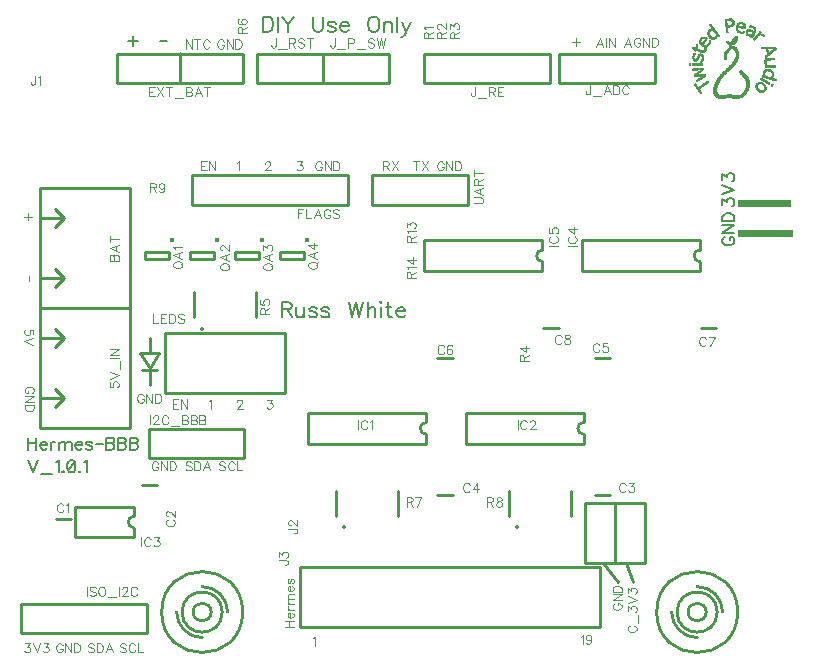
<source format=gbr>
G04 DipTrace 2.4.0.2*
%INTopSilk.gbr*%
%MOIN*%
%ADD10C,0.0098*%
%ADD12C,0.001*%
%ADD14C,0.01*%
%ADD29C,0.0154*%
%ADD31O,0.0141X0.0136*%
%ADD70C,0.0046*%
%ADD71C,0.0062*%
%ADD72C,0.0077*%
%FSLAX44Y44*%
G04*
G70*
G90*
G75*
G01*
%LNTopSilk*%
%LPD*%
X7790Y11690D2*
D10*
X4790D1*
Y15690D1*
X7790D1*
Y11690D1*
X5591Y14690D2*
X4790D1*
X5591D2*
X5291Y14990D1*
X5591Y14690D2*
X5291Y14390D1*
X5591Y12690D2*
X4790D1*
X5591D2*
X5291Y12990D1*
X5591Y12690D2*
X5291Y12390D1*
X7790Y15690D2*
X4790D1*
Y19690D1*
X7790D1*
Y15690D1*
X5591Y18690D2*
X4790D1*
X5591D2*
X5291Y18990D1*
X5591Y18690D2*
X5291Y18390D1*
X5591Y16690D2*
X4790D1*
X5591D2*
X5291Y16990D1*
X5591Y16690D2*
X5291Y16390D1*
X5309Y8665D2*
X5821D1*
X8184Y9790D2*
X8696D1*
X23789Y9451D2*
X23278D1*
X18539D2*
X18028D1*
X23278Y14026D2*
X23789D1*
X18028D2*
X18539D1*
X27322Y15027D2*
X26810D1*
X22071Y15026D2*
X21559D1*
X7342Y24182D2*
X11538D1*
Y23198D1*
X7342D1*
Y24182D1*
X9842Y20120D2*
X15038D1*
Y19135D1*
X9842D1*
Y20120D1*
X13440Y7065D2*
X23440D1*
Y5065D1*
X13440D1*
Y7065D1*
X11600Y10697D2*
X8403D1*
Y11681D1*
X11600D1*
Y10697D1*
X17658Y12202D2*
X13722D1*
X17658Y11178D2*
X13722D1*
Y12202D2*
Y11178D1*
X17658Y12202D2*
Y11887D1*
Y11493D2*
Y11178D1*
Y11887D2*
G03X17658Y11493I0J-197D01*
G01*
X22908Y12202D2*
X18972D1*
X22908Y11178D2*
X18972D1*
Y12202D2*
Y11178D1*
X22908Y12202D2*
Y11887D1*
Y11493D2*
Y11178D1*
Y11887D2*
G03X22908Y11493I0J-197D01*
G01*
X7924Y9077D2*
X5956D1*
X7924Y8053D2*
X5956D1*
Y9077D2*
Y8053D1*
X7924Y8762D2*
Y9077D1*
Y8368D2*
Y8053D1*
Y8762D2*
G03X7924Y8368I0J-197D01*
G01*
X26783Y17952D2*
X22847D1*
X26783Y16928D2*
X22847D1*
Y17952D2*
Y16928D1*
X26783Y17952D2*
Y17637D1*
Y17243D2*
Y16928D1*
Y17637D2*
G03X26783Y17243I0J-197D01*
G01*
X21533Y17952D2*
X17597D1*
X21533Y16928D2*
X17597D1*
Y17952D2*
Y16928D1*
X21533Y17952D2*
Y17637D1*
Y17243D2*
Y16928D1*
Y17637D2*
G03X21533Y17243I0J-197D01*
G01*
X8343Y4859D2*
X4146D1*
Y5844D1*
X8343D1*
Y4859D1*
X22092Y24182D2*
X25288D1*
Y23198D1*
X22092D1*
Y24182D1*
X14217D2*
X16413D1*
Y23198D1*
X14217D1*
Y24182D1*
X17592D2*
X21788D1*
Y23198D1*
X17592D1*
Y24182D1*
X12029D2*
X14226D1*
Y23198D1*
X12029D1*
Y24182D1*
X8940Y14878D2*
X12940D1*
Y12878D1*
X8940D1*
Y14878D1*
D29*
X9176Y17981D3*
X9084Y17558D2*
D10*
X8296D1*
Y17322D1*
X9084D1*
Y17558D1*
D29*
X10676Y17981D3*
X10584Y17558D2*
D10*
X9796D1*
Y17322D1*
X10584D1*
Y17558D1*
D29*
X12176Y17981D3*
X12084Y17558D2*
D10*
X11296D1*
Y17322D1*
X12084D1*
Y17558D1*
D29*
X13676Y17981D3*
X13584Y17558D2*
D10*
X12796D1*
Y17322D1*
X13584D1*
Y17558D1*
X9901Y15397D2*
Y16224D1*
X11979Y15397D2*
Y16224D1*
D31*
X10182Y15013D3*
X14651Y8777D2*
D10*
Y9603D1*
X16729Y8777D2*
Y9603D1*
D31*
X14932Y8392D3*
X20401Y8777D2*
D10*
Y9603D1*
X22479Y8777D2*
Y9603D1*
D31*
X20682Y8392D3*
X25340Y5565D2*
D10*
G02X25340Y5565I1350J0D01*
G01*
X26390D2*
G02X26390Y5565I300J0D01*
G01*
X25840D2*
G03X26690Y4715I848J-2D01*
G01*
Y6415D2*
G02X27540Y5565I2J-848D01*
G01*
X26020D2*
G02X26020Y5565I670J0D01*
G01*
X8840D2*
G02X8840Y5565I1350J0D01*
G01*
X9890D2*
G02X9890Y5565I300J0D01*
G01*
X9340D2*
G03X10190Y4715I848J-2D01*
G01*
Y6415D2*
G02X11040Y5565I2J-848D01*
G01*
X9520D2*
G02X9520Y5565I670J0D01*
G01*
X15842Y20120D2*
X19038D1*
Y19135D1*
X15842D1*
Y20120D1*
X9440Y24190D2*
D14*
Y23190D1*
X8128Y14190D2*
X8753D1*
X8440Y13690D1*
X8128Y14190D1*
X8190Y13627D2*
X8690D1*
X8440Y14190D2*
Y14690D1*
Y13128D2*
Y13628D1*
G36*
X28065Y19315D2*
X29815D1*
Y19065D1*
X28065D1*
Y19315D1*
G37*
G36*
Y18315D2*
X29878D1*
Y18065D1*
X28065D1*
Y18315D1*
G37*
X22940Y9190D2*
D14*
X23940D1*
Y7190D1*
X22940D1*
Y9190D1*
X23940D2*
X24940D1*
Y7190D1*
X23940D1*
Y9190D1*
X24065Y6565D2*
X23565Y7190D1*
X24565Y6565D2*
X24315Y7190D1*
X27742Y25355D2*
D12*
X27782D1*
X27612Y25345D2*
X27842D1*
X27612Y25335D2*
X27850D1*
X27612Y25325D2*
X27860D1*
X27612Y25315D2*
X27871D1*
X27612Y25305D2*
X27880D1*
X27612Y25295D2*
X27662D1*
X27797D2*
X27888D1*
X27612Y25285D2*
X27662D1*
X27817D2*
X27894D1*
X27612Y25275D2*
X27662D1*
X27832D2*
X27898D1*
X27612Y25265D2*
X27662D1*
X27843D2*
X27900D1*
X27612Y25255D2*
X27662D1*
X27848D2*
X27901D1*
X27612Y25245D2*
X27662D1*
X27850D2*
X27902D1*
X27612Y25235D2*
X27662D1*
X27851D2*
X27902D1*
X28122D2*
X28152D1*
X27614Y25225D2*
X27662D1*
X27852D2*
X27902D1*
X28091D2*
X28189D1*
X27616Y25215D2*
X27664D1*
X27852D2*
X27902D1*
X28068D2*
X28215D1*
X27619Y25205D2*
X27666D1*
X27852D2*
X27902D1*
X28051D2*
X28235D1*
X27620Y25195D2*
X27669D1*
X27851D2*
X27902D1*
X28038D2*
X28108D1*
X28162D2*
X28251D1*
X27621Y25185D2*
X27670D1*
X27849D2*
X27902D1*
X28028D2*
X28097D1*
X28162D2*
X28258D1*
X27132Y25175D2*
D3*
X27622D2*
X27671D1*
X27844D2*
X27901D1*
X28020D2*
X28084D1*
X28189D2*
X28264D1*
X27114Y25165D2*
X27132D1*
X27622D2*
X27672D1*
X27836D2*
X27899D1*
X28014D2*
X28072D1*
X28209D2*
X28268D1*
X27098Y25155D2*
X27140D1*
X27622D2*
X27672D1*
X27828D2*
X27894D1*
X28009D2*
X28063D1*
X28223D2*
X28273D1*
X27082Y25145D2*
X27149D1*
X27622D2*
X27672D1*
X27815D2*
X27888D1*
X28005D2*
X28057D1*
X28234D2*
X28279D1*
X27093Y25135D2*
X27158D1*
X27622D2*
X27672D1*
X27795D2*
X27882D1*
X28000D2*
X28050D1*
X28238D2*
X28285D1*
X28452D2*
X28472D1*
X27101Y25125D2*
X27167D1*
X27622D2*
X27672D1*
X27755D2*
X27874D1*
X27995D2*
X28042D1*
X28240D2*
X28289D1*
X28445D2*
X28490D1*
X27107Y25115D2*
X27174D1*
X27622D2*
X27672D1*
X27694D2*
X27863D1*
X27989D2*
X28032D1*
X28241D2*
X28290D1*
X28439D2*
X28511D1*
X27113Y25105D2*
X27181D1*
X27623D2*
X27848D1*
X27985D2*
X28092D1*
X28242D2*
X28291D1*
X28435D2*
X28531D1*
X27121Y25095D2*
X27188D1*
X27624D2*
X27827D1*
X27983D2*
X28092D1*
X28242D2*
X28292D1*
X28433D2*
X28550D1*
X27130Y25085D2*
X27196D1*
X27630D2*
X27798D1*
X27982D2*
X28191D1*
X28242D2*
X28291D1*
X28432D2*
X28567D1*
X27138Y25075D2*
X27204D1*
X27635D2*
X27762D1*
X27980D2*
X28289D1*
X28492D2*
X28581D1*
X27147Y25065D2*
X27210D1*
X27639D2*
X27762D1*
X27978D2*
X28284D1*
X28492D2*
X28593D1*
X27154Y25055D2*
X27215D1*
X27640D2*
X27692D1*
X27975D2*
X28022D1*
X28102D2*
X28279D1*
X28519D2*
X28605D1*
X27160Y25045D2*
X27222D1*
X27641D2*
X27692D1*
X27974D2*
X28022D1*
X28182D2*
X28275D1*
X28539D2*
X28614D1*
X27166Y25035D2*
X27230D1*
X27642D2*
X27692D1*
X27974D2*
X28022D1*
X28182D2*
X28273D1*
X28555D2*
X28622D1*
X27172Y25025D2*
X27238D1*
X27642D2*
X27692D1*
X27976D2*
X28022D1*
X28272D2*
D3*
X28567D2*
X28627D1*
X27148Y25015D2*
X27246D1*
X27642D2*
X27692D1*
X27979D2*
X28024D1*
X28578D2*
X28630D1*
X27125Y25005D2*
X27252D1*
X27642D2*
X27692D1*
X27980D2*
X28026D1*
X28587D2*
X28631D1*
X27103Y24995D2*
X27259D1*
X27642D2*
X27692D1*
X27981D2*
X28029D1*
X28372D2*
X28422D1*
X28593D2*
X28632D1*
X27085Y24985D2*
X27182D1*
X27204D2*
X27267D1*
X27642D2*
X27692D1*
X27982D2*
X28034D1*
X28356D2*
X28459D1*
X28599D2*
X28632D1*
X27071Y24975D2*
X27182D1*
X27211D2*
X27276D1*
X27644D2*
X27692D1*
X27985D2*
X28041D1*
X28342D2*
X28487D1*
X28593D2*
X28632D1*
X27061Y24965D2*
X27155D1*
X27219D2*
X27285D1*
X27646D2*
X27692D1*
X27990D2*
X28050D1*
X28330D2*
X28511D1*
X28587D2*
X28632D1*
X27055Y24955D2*
X27134D1*
X27226D2*
X27293D1*
X27649D2*
X27694D1*
X27997D2*
X28060D1*
X28321D2*
X28531D1*
X28579D2*
X28631D1*
X27050Y24945D2*
X27119D1*
X27232D2*
X27299D1*
X27650D2*
X27696D1*
X28003D2*
X28074D1*
X28315D2*
X28551D1*
X28567D2*
X28630D1*
X27045Y24935D2*
X27107D1*
X27239D2*
X27305D1*
X27651D2*
X27699D1*
X28008D2*
X28093D1*
X28310D2*
X28362D1*
X28477D2*
X28628D1*
X27040Y24925D2*
X27096D1*
X27247D2*
X27311D1*
X27652D2*
X27700D1*
X28014D2*
X28120D1*
X28212D2*
X28242D1*
X28306D2*
X28360D1*
X28499D2*
X28624D1*
X28762D2*
X28782D1*
X27035Y24915D2*
X27087D1*
X27256D2*
X27318D1*
X27652D2*
X27701D1*
X28028D2*
X28158D1*
X28212D2*
X28242D1*
X28304D2*
X28358D1*
X28517D2*
X28620D1*
X28760D2*
X28790D1*
X27029Y24905D2*
X27080D1*
X27265D2*
X27325D1*
X27652D2*
X27702D1*
X28046D2*
X28241D1*
X28303D2*
X28355D1*
X28532D2*
X28614D1*
X28757D2*
X28798D1*
X27025Y24895D2*
X27076D1*
X27273D2*
X27331D1*
X27652D2*
X27702D1*
X28067D2*
X28240D1*
X28302D2*
X28354D1*
X28543D2*
X28609D1*
X28752D2*
X28805D1*
X27023Y24885D2*
X27073D1*
X27279D2*
X27338D1*
X27652D2*
X27702D1*
X28092D2*
X28237D1*
X28302D2*
X28353D1*
X28545D2*
X28604D1*
X28744D2*
X28806D1*
X27022Y24875D2*
X27073D1*
X27285D2*
X27346D1*
X28122D2*
X28232D1*
X28302D2*
X28353D1*
X28543D2*
X28599D1*
X28734D2*
X28797D1*
X27022Y24865D2*
X27072D1*
X27291D2*
X27355D1*
X28302D2*
X28354D1*
X28540D2*
X28595D1*
X28725D2*
X28789D1*
X27022Y24855D2*
X27072D1*
X27298D2*
X27362D1*
X28304D2*
X28359D1*
X28534D2*
X28590D1*
X28715D2*
X28782D1*
X27023Y24845D2*
X27073D1*
X27304D2*
X27368D1*
X28307D2*
X28372D1*
X28528D2*
X28585D1*
X28705D2*
X28830D1*
X27024Y24835D2*
X27074D1*
X27308D2*
X27373D1*
X28312D2*
X28390D1*
X28522D2*
X28579D1*
X28695D2*
X28863D1*
X27030Y24825D2*
X27080D1*
X27310D2*
X27381D1*
X28320D2*
X28420D1*
X28502D2*
X28574D1*
X28685D2*
X28886D1*
X27035Y24815D2*
X27086D1*
X27311D2*
X27389D1*
X28330D2*
X28470D1*
X28467D2*
X28568D1*
X28675D2*
X28745D1*
X28806D2*
X28901D1*
X27039Y24805D2*
X27091D1*
X27311D2*
X27395D1*
X28342D2*
X28563D1*
X28665D2*
X28732D1*
X28826D2*
X28913D1*
X27042Y24795D2*
X27098D1*
X27309D2*
X27399D1*
X28359D2*
X28556D1*
X28655D2*
X28720D1*
X28843D2*
X28918D1*
X27046Y24785D2*
X27107D1*
X27304D2*
X27401D1*
X28381D2*
X28549D1*
X28645D2*
X28709D1*
X28857D2*
X28920D1*
X27052Y24775D2*
X27116D1*
X27296D2*
X27331D1*
X27352D2*
X27372D1*
X27972D2*
X28002D1*
X28403D2*
X28442D1*
X28481D2*
X28544D1*
X28635D2*
X28699D1*
X28869D2*
X28919D1*
X27058Y24765D2*
X27125D1*
X27288D2*
X27329D1*
X27352D2*
X27372D1*
X27963D2*
X28009D1*
X28422D2*
X28442D1*
X28479D2*
X28539D1*
X28625D2*
X28689D1*
X28876D2*
X28911D1*
X27065Y24755D2*
X27136D1*
X27278D2*
X27324D1*
X27954D2*
X28015D1*
X28474D2*
X28535D1*
X28615D2*
X28679D1*
X28882D2*
X28902D1*
X26842Y24745D2*
X26952D1*
X27071D2*
X27148D1*
X27265D2*
X27318D1*
X27945D2*
X28018D1*
X28468D2*
X28530D1*
X28605D2*
X28669D1*
X26830Y24735D2*
X26965D1*
X27078D2*
X27170D1*
X27244D2*
X27313D1*
X27935D2*
X28020D1*
X28462D2*
X28522D1*
X28595D2*
X28662D1*
X26818Y24725D2*
X26980D1*
X27087D2*
X27206D1*
X27208D2*
X27308D1*
X27925D2*
X28021D1*
X28492D2*
X28512D1*
X28585D2*
X28656D1*
X26807Y24715D2*
X26992D1*
X27096D2*
X27302D1*
X27915D2*
X28022D1*
X28576D2*
X28650D1*
X26798Y24705D2*
X27002D1*
X27105D2*
X27294D1*
X27905D2*
X28022D1*
X28567D2*
X28643D1*
X26790Y24695D2*
X26855D1*
X26916D2*
X27012D1*
X27116D2*
X27284D1*
X27896D2*
X28022D1*
X28560D2*
X28634D1*
X26784Y24685D2*
X26842D1*
X26935D2*
X27004D1*
X27129D2*
X27273D1*
X27888D2*
X28021D1*
X28555D2*
X28625D1*
X26779Y24675D2*
X26830D1*
X26950D2*
X26996D1*
X27144D2*
X27259D1*
X27882D2*
X28019D1*
X28562D2*
X28615D1*
X26775Y24665D2*
X26819D1*
X26944D2*
X26989D1*
X27162D2*
X27242D1*
X27875D2*
X28014D1*
X28570D2*
X28606D1*
X26770Y24655D2*
X26809D1*
X26936D2*
X26983D1*
X27867D2*
X28009D1*
X28576D2*
X28598D1*
X26765Y24645D2*
X26802D1*
X26928D2*
X26976D1*
X27861D2*
X28005D1*
X28582D2*
X28592D1*
X26759Y24635D2*
X26797D1*
X26918D2*
X26968D1*
X27082D2*
X27092D1*
X27856D2*
X28003D1*
X26755Y24625D2*
X26794D1*
X26910D2*
X26960D1*
X27082D2*
X27107D1*
X27850D2*
X28001D1*
X26753Y24615D2*
X26793D1*
X26904D2*
X26954D1*
X27082D2*
X27118D1*
X27843D2*
X27998D1*
X26752Y24605D2*
X26792D1*
X26899D2*
X26949D1*
X27082D2*
X27126D1*
X27652D2*
X27672D1*
X27835D2*
X27995D1*
X26752Y24595D2*
X26792D1*
X26893D2*
X26942D1*
X27081D2*
X27129D1*
X27648D2*
X27722D1*
X27828D2*
X27990D1*
X26752Y24585D2*
X26794D1*
X26886D2*
X26934D1*
X27080D2*
X27127D1*
X27649D2*
X27728D1*
X27822D2*
X27983D1*
X26752Y24575D2*
X26796D1*
X26879D2*
X26925D1*
X27078D2*
X27125D1*
X27661D2*
X27737D1*
X27815D2*
X27974D1*
X26753Y24565D2*
X26799D1*
X26873D2*
X26918D1*
X27074D2*
X27123D1*
X27674D2*
X27747D1*
X27808D2*
X27965D1*
X26754Y24555D2*
X26804D1*
X26866D2*
X26912D1*
X27070D2*
X27119D1*
X27686D2*
X27760D1*
X27799D2*
X27955D1*
X26760Y24545D2*
X26810D1*
X26857D2*
X26905D1*
X27064D2*
X27114D1*
X27697D2*
X27779D1*
X27787D2*
X27945D1*
X26765Y24535D2*
X26817D1*
X26848D2*
X26897D1*
X27059D2*
X27108D1*
X27705D2*
X27935D1*
X26770Y24525D2*
X26824D1*
X26840D2*
X26888D1*
X27054D2*
X27103D1*
X27712D2*
X27925D1*
X26775Y24515D2*
X26878D1*
X27048D2*
X27098D1*
X27719D2*
X27916D1*
X26782Y24505D2*
X26870D1*
X27041D2*
X27092D1*
X27726D2*
X27839D1*
X27882D2*
X27908D1*
X26790Y24495D2*
X26862D1*
X27030D2*
X27084D1*
X27733D2*
X27834D1*
X27882D2*
X27902D1*
X26662Y24485D2*
X26672D1*
X26799D2*
X26884D1*
X27014D2*
X27075D1*
X27738D2*
X27828D1*
X26660Y24475D2*
X26687D1*
X26809D2*
X26910D1*
X26992D2*
X27065D1*
X27743D2*
X27823D1*
X26658Y24465D2*
X26700D1*
X26819D2*
X26943D1*
X26960D2*
X27055D1*
X27749D2*
X27816D1*
X26654Y24455D2*
X26694D1*
X26829D2*
X27045D1*
X27756D2*
X27807D1*
X26650Y24445D2*
X26688D1*
X26842D2*
X27034D1*
X27764D2*
X27799D1*
X26644Y24435D2*
X26683D1*
X26859D2*
X27020D1*
X27782D2*
X27792D1*
X26639Y24425D2*
X26679D1*
X26881D2*
X27003D1*
X27832D2*
X27912D1*
X26532Y24415D2*
D3*
X26635D2*
X26676D1*
X26903D2*
X26987D1*
X27796D2*
X27929D1*
X28812D2*
X29292D1*
X26525Y24405D2*
X26532D1*
X26633D2*
X26674D1*
X26922D2*
X26972D1*
X27770D2*
X27944D1*
X28813D2*
X29292D1*
X26519Y24395D2*
X26562D1*
X26632D2*
X26672D1*
X27752D2*
X27957D1*
X28816D2*
X29293D1*
X26515Y24385D2*
X26669D1*
X27738D2*
X27968D1*
X28819D2*
X29294D1*
X26515Y24375D2*
X26662D1*
X27726D2*
X27978D1*
X28822D2*
X29300D1*
X26521Y24365D2*
X26652D1*
X26932D2*
X26972D1*
X27715D2*
X27989D1*
X28960D2*
X29012D1*
X29243D2*
X29305D1*
X26533Y24355D2*
X26672D1*
X26932D2*
X26972D1*
X27705D2*
X27809D1*
X27884D2*
X27998D1*
X28966D2*
X29014D1*
X29234D2*
X29307D1*
X26550Y24345D2*
X26695D1*
X26930D2*
X26972D1*
X27695D2*
X27799D1*
X27888D2*
X28007D1*
X28969D2*
X29016D1*
X29225D2*
X29301D1*
X26570Y24335D2*
X26720D1*
X26928D2*
X26972D1*
X27685D2*
X27786D1*
X27897D2*
X28014D1*
X28972D2*
X29019D1*
X29215D2*
X29293D1*
X26587Y24325D2*
X26745D1*
X26924D2*
X26971D1*
X27675D2*
X27773D1*
X27906D2*
X28020D1*
X28975D2*
X29021D1*
X29205D2*
X29284D1*
X26602Y24315D2*
X26770D1*
X26920D2*
X26969D1*
X27665D2*
X27761D1*
X27915D2*
X28024D1*
X28980D2*
X29025D1*
X29195D2*
X29272D1*
X26598Y24305D2*
X26796D1*
X26914D2*
X26964D1*
X27655D2*
X27749D1*
X27925D2*
X28028D1*
X28985D2*
X29030D1*
X29185D2*
X29257D1*
X26595Y24295D2*
X26622D1*
X26687D2*
X26824D1*
X26898D2*
X26958D1*
X27646D2*
X27740D1*
X27933D2*
X28031D1*
X28989D2*
X29035D1*
X29173D2*
X29243D1*
X26598Y24285D2*
X26622D1*
X26703D2*
X26856D1*
X26873D2*
X26953D1*
X27637D2*
X27732D1*
X27939D2*
X28034D1*
X28992D2*
X29040D1*
X29160D2*
X29231D1*
X26602Y24275D2*
X26622D1*
X26722D2*
X26948D1*
X27630D2*
X27726D1*
X27944D2*
X28040D1*
X28995D2*
X29045D1*
X29145D2*
X29219D1*
X26745Y24265D2*
X26942D1*
X27623D2*
X27721D1*
X27949D2*
X28045D1*
X28999D2*
X29048D1*
X29132D2*
X29209D1*
X26769Y24255D2*
X26934D1*
X27616D2*
X27713D1*
X27953D2*
X28049D1*
X29004D2*
X29050D1*
X29120D2*
X29199D1*
X26794Y24245D2*
X26925D1*
X27608D2*
X27705D1*
X27959D2*
X28051D1*
X29009D2*
X29052D1*
X29108D2*
X29188D1*
X26815Y24235D2*
X26918D1*
X27601D2*
X27698D1*
X27965D2*
X28053D1*
X29015D2*
X29056D1*
X29095D2*
X29178D1*
X26832Y24225D2*
X26912D1*
X27596D2*
X27692D1*
X27969D2*
X28056D1*
X29019D2*
X29067D1*
X29080D2*
X29167D1*
X27593Y24215D2*
X27685D1*
X27970D2*
X28058D1*
X29021D2*
X29154D1*
X26572Y24205D2*
X26592D1*
X27591D2*
X27679D1*
X27971D2*
X28060D1*
X29023D2*
X29141D1*
X26568Y24195D2*
X26599D1*
X27588D2*
X27674D1*
X27972D2*
X28061D1*
X29027D2*
X29128D1*
X26565Y24185D2*
X26604D1*
X26772D2*
X26792D1*
X27585D2*
X27669D1*
X27972D2*
X28062D1*
X29032D2*
X29116D1*
X26560Y24175D2*
X26609D1*
X26755D2*
X26814D1*
X27584D2*
X27666D1*
X27972D2*
X28003D1*
X28031D2*
X28062D1*
X29024D2*
X29106D1*
X26554Y24165D2*
X26602D1*
X26740D2*
X26832D1*
X27583D2*
X27664D1*
X27972D2*
X28005D1*
X28029D2*
X28062D1*
X29015D2*
X29095D1*
X26549Y24155D2*
X26594D1*
X26728D2*
X26845D1*
X27582D2*
X27663D1*
X27972D2*
X28012D1*
X28021D2*
X28062D1*
X29004D2*
X29085D1*
X26545Y24145D2*
X26588D1*
X26719D2*
X26854D1*
X27582D2*
X27662D1*
X27972D2*
X28062D1*
X28993D2*
X29073D1*
X26542Y24135D2*
X26585D1*
X26712D2*
X26862D1*
X27582D2*
X27662D1*
X27972D2*
X28062D1*
X28980D2*
X29060D1*
X26538Y24125D2*
X26582D1*
X26705D2*
X26773D1*
X26796D2*
X26869D1*
X27582D2*
X27662D1*
X27972D2*
X28061D1*
X28965D2*
X29045D1*
X26535Y24115D2*
X26579D1*
X26699D2*
X26765D1*
X26815D2*
X26875D1*
X27582D2*
X27662D1*
X27972D2*
X28060D1*
X28952D2*
X29032D1*
X26534Y24105D2*
X26574D1*
X26694D2*
X26756D1*
X26829D2*
X26878D1*
X27582D2*
X27662D1*
X27972D2*
X28058D1*
X28943D2*
X29020D1*
X26533Y24095D2*
X26569D1*
X26689D2*
X26749D1*
X26836D2*
X26880D1*
X27582D2*
X27662D1*
X27971D2*
X28055D1*
X28937D2*
X29009D1*
X26532Y24085D2*
X26565D1*
X26686D2*
X26744D1*
X26839D2*
X26881D1*
X27582D2*
X27662D1*
X27969D2*
X28054D1*
X28935D2*
X28999D1*
X26532Y24075D2*
X26563D1*
X26684D2*
X26739D1*
X26841D2*
X26882D1*
X27582D2*
X27662D1*
X27964D2*
X28053D1*
X28935D2*
X28989D1*
X26532Y24065D2*
X26563D1*
X26682D2*
X26735D1*
X26841D2*
X26882D1*
X27582D2*
X27662D1*
X27959D2*
X28051D1*
X28936D2*
X28979D1*
X26532Y24055D2*
X26563D1*
X26679D2*
X26730D1*
X26842D2*
X26882D1*
X27582D2*
X27661D1*
X27955D2*
X28049D1*
X28939D2*
X28970D1*
X26532Y24045D2*
X26564D1*
X26674D2*
X26725D1*
X26842D2*
X26882D1*
X27582D2*
X27659D1*
X27952D2*
X28044D1*
X28942D2*
X28962D1*
X26532Y24035D2*
X26570D1*
X26668D2*
X26719D1*
X26841D2*
X26882D1*
X27582D2*
X27654D1*
X27948D2*
X28039D1*
X26534Y24025D2*
X26579D1*
X26662D2*
X26715D1*
X26840D2*
X26882D1*
X27582D2*
X27648D1*
X27945D2*
X28035D1*
X28992D2*
X29262D1*
X26536Y24015D2*
X26591D1*
X26651D2*
X26712D1*
X26838D2*
X26882D1*
X27584D2*
X27643D1*
X27940D2*
X28032D1*
X28979D2*
X29262D1*
X26539Y24005D2*
X26619D1*
X26624D2*
X26708D1*
X26835D2*
X26881D1*
X27586D2*
X27639D1*
X27935D2*
X28028D1*
X28965D2*
X29262D1*
X26544Y23995D2*
X26702D1*
X26833D2*
X26879D1*
X27589D2*
X27635D1*
X27929D2*
X28025D1*
X28953D2*
X29262D1*
X26551Y23985D2*
X26695D1*
X26829D2*
X26874D1*
X27592D2*
X27632D1*
X27925D2*
X28020D1*
X28946D2*
X29262D1*
X26560Y23975D2*
X26688D1*
X26824D2*
X26868D1*
X27923D2*
X28015D1*
X28940D2*
X29072D1*
X26569Y23965D2*
X26680D1*
X26816D2*
X26864D1*
X27920D2*
X28009D1*
X28936D2*
X28992D1*
X26580Y23955D2*
X26667D1*
X26808D2*
X26859D1*
X27915D2*
X28005D1*
X28934D2*
X28988D1*
X26592Y23945D2*
X26652D1*
X26799D2*
X26855D1*
X27907D2*
X28003D1*
X28933D2*
X28985D1*
X26791Y23935D2*
X26850D1*
X27900D2*
X28000D1*
X28932D2*
X28980D1*
X26786Y23925D2*
X26842D1*
X27894D2*
X27995D1*
X28932D2*
X28974D1*
X26782Y23915D2*
X26832D1*
X27889D2*
X27987D1*
X28932D2*
X28969D1*
X27882Y23905D2*
X27980D1*
X28932D2*
X28965D1*
X27874Y23895D2*
X27974D1*
X28932D2*
X28965D1*
X27865Y23885D2*
X27969D1*
X28932D2*
X28970D1*
X27855Y23875D2*
X27963D1*
X28934D2*
X28976D1*
X27845Y23865D2*
X27956D1*
X28936D2*
X28980D1*
X26412Y23855D2*
X26462D1*
X26532D2*
X26862D1*
X27835D2*
X27949D1*
X28939D2*
X28985D1*
X26412Y23845D2*
X26462D1*
X26532D2*
X26862D1*
X27825D2*
X27943D1*
X28944D2*
X28989D1*
X26412Y23835D2*
X26462D1*
X26532D2*
X26862D1*
X27815D2*
X27936D1*
X28951D2*
X28993D1*
X26412Y23825D2*
X26462D1*
X26532D2*
X26862D1*
X27805D2*
X27927D1*
X28959D2*
X28999D1*
X26412Y23815D2*
X26462D1*
X26532D2*
X26802D1*
X27795D2*
X27918D1*
X28965D2*
X29005D1*
X26412Y23805D2*
X26462D1*
X26532D2*
X26802D1*
X27785D2*
X27909D1*
X28969D2*
X29009D1*
X27775Y23795D2*
X27898D1*
X28942D2*
X29282D1*
X27766Y23785D2*
X27889D1*
X28942D2*
X29282D1*
X27757Y23775D2*
X27879D1*
X28942D2*
X29282D1*
X27750Y23765D2*
X27868D1*
X28942D2*
X29282D1*
X27743Y23755D2*
X27859D1*
X28942D2*
X29282D1*
X27736Y23745D2*
X27849D1*
X28942D2*
X29282D1*
X27727Y23735D2*
X27838D1*
X27715Y23725D2*
X27829D1*
X27702Y23715D2*
X27819D1*
X27689Y23705D2*
X27808D1*
X26562Y23695D2*
X26862D1*
X27677D2*
X27798D1*
X26562Y23685D2*
X26869D1*
X27666D2*
X27787D1*
X26512Y23675D2*
X26874D1*
X27655D2*
X27774D1*
X28992D2*
X29042D1*
X26521Y23665D2*
X26879D1*
X27645D2*
X27761D1*
X28942D2*
X29079D1*
X26527Y23655D2*
X26872D1*
X27635D2*
X27748D1*
X28935D2*
X29107D1*
X26532Y23645D2*
X26672D1*
X26807D2*
X26864D1*
X27625D2*
X27736D1*
X28122D2*
D3*
X28927D2*
X29130D1*
X26787Y23635D2*
X26854D1*
X27615D2*
X27726D1*
X28122D2*
X28152D1*
X28919D2*
X29148D1*
X26770Y23625D2*
X26842D1*
X27605D2*
X27715D1*
X28124D2*
X28160D1*
X28912D2*
X29162D1*
X26757Y23615D2*
X26827D1*
X27595D2*
X27705D1*
X28126D2*
X28170D1*
X28906D2*
X28987D1*
X29056D2*
X29174D1*
X26744Y23605D2*
X26813D1*
X27583D2*
X27695D1*
X28129D2*
X28179D1*
X28901D2*
X28967D1*
X29091D2*
X29184D1*
X26730Y23595D2*
X26799D1*
X27570D2*
X27685D1*
X28134D2*
X28189D1*
X28895D2*
X28952D1*
X29115D2*
X29192D1*
X26714Y23585D2*
X26785D1*
X27555D2*
X27675D1*
X28072D2*
X28092D1*
X28139D2*
X28199D1*
X28889D2*
X28942D1*
X29133D2*
X29197D1*
X26699Y23575D2*
X26770D1*
X27542D2*
X27665D1*
X28082D2*
X28107D1*
X28146D2*
X28208D1*
X28885D2*
X28935D1*
X29146D2*
X29203D1*
X26684Y23565D2*
X26755D1*
X27533D2*
X27655D1*
X28089D2*
X28123D1*
X28152D2*
X28219D1*
X28883D2*
X28930D1*
X29156D2*
X29209D1*
X26669Y23555D2*
X26739D1*
X27527D2*
X27645D1*
X28095D2*
X28229D1*
X28882D2*
X28926D1*
X29164D2*
X29215D1*
X26655Y23545D2*
X26724D1*
X27521D2*
X27635D1*
X28101D2*
X28238D1*
X28882D2*
X28924D1*
X29170D2*
X29218D1*
X26640Y23535D2*
X26711D1*
X27513D2*
X27625D1*
X28110D2*
X28249D1*
X28882D2*
X28923D1*
X29174D2*
X29220D1*
X26625Y23525D2*
X26700D1*
X27504D2*
X27615D1*
X28119D2*
X28259D1*
X28882D2*
X28922D1*
X29178D2*
X29221D1*
X26612Y23515D2*
X26689D1*
X27495D2*
X27605D1*
X28129D2*
X28268D1*
X28883D2*
X28922D1*
X29180D2*
X29222D1*
X26600Y23505D2*
X26680D1*
X27485D2*
X27595D1*
X28139D2*
X28279D1*
X28884D2*
X28924D1*
X29181D2*
X29222D1*
X26589Y23495D2*
X26671D1*
X27475D2*
X27585D1*
X28149D2*
X28289D1*
X28890D2*
X28926D1*
X29181D2*
X29222D1*
X26580Y23485D2*
X26942D1*
X27465D2*
X27575D1*
X28158D2*
X28298D1*
X28895D2*
X28929D1*
X29180D2*
X29222D1*
X26572Y23475D2*
X26942D1*
X27455D2*
X27565D1*
X28169D2*
X28308D1*
X28899D2*
X28934D1*
X29178D2*
X29222D1*
X26581Y23465D2*
X26942D1*
X27446D2*
X27555D1*
X28179D2*
X28318D1*
X28852D2*
X28941D1*
X29174D2*
X29221D1*
X26587Y23455D2*
X26944D1*
X27438D2*
X27545D1*
X28188D2*
X28326D1*
X28852D2*
X28953D1*
X29170D2*
X29219D1*
X26592Y23445D2*
X26947D1*
X27432D2*
X27535D1*
X28199D2*
X28332D1*
X28852D2*
X28973D1*
X29164D2*
X29214D1*
X26865Y23435D2*
X26952D1*
X27425D2*
X27525D1*
X28209D2*
X28339D1*
X28852D2*
X28999D1*
X29158D2*
X29208D1*
X26848Y23425D2*
X26935D1*
X27417D2*
X27516D1*
X28218D2*
X28346D1*
X28852D2*
X29028D1*
X29152D2*
X29203D1*
X26830Y23415D2*
X26920D1*
X27411D2*
X27507D1*
X28228D2*
X28353D1*
X28852D2*
X29065D1*
X29141D2*
X29196D1*
X26812Y23405D2*
X26905D1*
X27406D2*
X27500D1*
X28238D2*
X28358D1*
X28891D2*
X29115D1*
X29114D2*
X29187D1*
X26795Y23395D2*
X26889D1*
X27400D2*
X27493D1*
X28246D2*
X28363D1*
X28927D2*
X29179D1*
X26780Y23385D2*
X26872D1*
X27393D2*
X27486D1*
X28252D2*
X28369D1*
X28964D2*
X29172D1*
X26765Y23375D2*
X26855D1*
X27384D2*
X27478D1*
X28259D2*
X28375D1*
X28812D2*
X28832D1*
X29002D2*
X29197D1*
X26749Y23365D2*
X26839D1*
X27375D2*
X27470D1*
X28266D2*
X28380D1*
X28803D2*
X28842D1*
X29037D2*
X29222D1*
X26731Y23355D2*
X26824D1*
X27367D2*
X27464D1*
X28273D2*
X28384D1*
X28796D2*
X28857D1*
X29067D2*
X29248D1*
X26711Y23345D2*
X26809D1*
X27359D2*
X27459D1*
X28278D2*
X28388D1*
X28794D2*
X28874D1*
X29097D2*
X29273D1*
X26693Y23335D2*
X26795D1*
X27353D2*
X27453D1*
X28283D2*
X28391D1*
X28796D2*
X28892D1*
X29126D2*
X29295D1*
X26676Y23325D2*
X26779D1*
X27346D2*
X27446D1*
X28289D2*
X28394D1*
X28807D2*
X28910D1*
X29155D2*
X29305D1*
X26660Y23315D2*
X26761D1*
X27338D2*
X27439D1*
X28295D2*
X28400D1*
X28821D2*
X28928D1*
X29186D2*
X29309D1*
X26647Y23305D2*
X26743D1*
X27330D2*
X27433D1*
X28300D2*
X28405D1*
X28836D2*
X28945D1*
X29215D2*
X29308D1*
X26637Y23295D2*
X26726D1*
X27324D2*
X27426D1*
X28304D2*
X28409D1*
X28854D2*
X28963D1*
X29243D2*
X29301D1*
X26641Y23285D2*
X26708D1*
X27042D2*
D3*
X27319D2*
X27418D1*
X28308D2*
X28410D1*
X28873D2*
X28983D1*
X29272D2*
X29292D1*
X26646Y23275D2*
X26690D1*
X27024D2*
X27062D1*
X27315D2*
X27410D1*
X28310D2*
X28411D1*
X28891D2*
X29001D1*
X26649Y23265D2*
X26672D1*
X27006D2*
X27062D1*
X27310D2*
X27406D1*
X28311D2*
X28412D1*
X28909D2*
X29019D1*
X26652Y23255D2*
D3*
X26989D2*
X27061D1*
X27305D2*
X27403D1*
X28312D2*
X28412D1*
X28924D2*
X29034D1*
X26974Y23245D2*
X27059D1*
X27299D2*
X27401D1*
X28312D2*
X28412D1*
X28752D2*
X28812D1*
X28939D2*
X29048D1*
X26961Y23235D2*
X27049D1*
X27295D2*
X27398D1*
X28312D2*
X28414D1*
X28752D2*
X28827D1*
X28955D2*
X29063D1*
X26949Y23225D2*
X27036D1*
X27293D2*
X27395D1*
X28313D2*
X28416D1*
X28725D2*
X28844D1*
X28973D2*
X29078D1*
X26936Y23215D2*
X27022D1*
X27291D2*
X27390D1*
X28314D2*
X28419D1*
X28704D2*
X28860D1*
X28992D2*
X29089D1*
X26922Y23205D2*
X27009D1*
X27288D2*
X27384D1*
X28320D2*
X28420D1*
X28689D2*
X28875D1*
X29010D2*
X29098D1*
X26909Y23195D2*
X26995D1*
X27285D2*
X27379D1*
X28325D2*
X28421D1*
X28677D2*
X28887D1*
X29028D2*
X29093D1*
X26602Y23185D2*
X26622D1*
X26895D2*
X26981D1*
X27280D2*
X27374D1*
X28329D2*
X28420D1*
X28666D2*
X28720D1*
X28825D2*
X28898D1*
X29045D2*
X29088D1*
X29172D2*
D3*
X26588Y23175D2*
X26625D1*
X26880D2*
X26968D1*
X27274D2*
X27369D1*
X28330D2*
X28418D1*
X28657D2*
X28716D1*
X28835D2*
X28908D1*
X29063D2*
X29085D1*
X29165D2*
X29172D1*
X26572Y23165D2*
X26630D1*
X26864D2*
X26956D1*
X27269D2*
X27366D1*
X28331D2*
X28415D1*
X28650D2*
X28707D1*
X28848D2*
X28919D1*
X29082D2*
D3*
X29159D2*
X29202D1*
X26582Y23155D2*
X26637D1*
X26849D2*
X26944D1*
X27264D2*
X27363D1*
X28331D2*
X28414D1*
X28644D2*
X28699D1*
X28861D2*
X28928D1*
X29153D2*
X29202D1*
X26589Y23145D2*
X26643D1*
X26834D2*
X26930D1*
X27259D2*
X27359D1*
X28329D2*
X28413D1*
X28639D2*
X28692D1*
X28873D2*
X28937D1*
X29148D2*
X29200D1*
X26595Y23135D2*
X26648D1*
X26819D2*
X26914D1*
X27256D2*
X27354D1*
X28324D2*
X28412D1*
X28636D2*
X28686D1*
X28884D2*
X28944D1*
X29142D2*
X29198D1*
X26601Y23125D2*
X26653D1*
X26807D2*
X26899D1*
X27254D2*
X27349D1*
X28319D2*
X28412D1*
X28634D2*
X28680D1*
X28894D2*
X28950D1*
X29147D2*
X29195D1*
X26608Y23115D2*
X26661D1*
X26793D2*
X26884D1*
X27253D2*
X27345D1*
X28315D2*
X28412D1*
X28633D2*
X28672D1*
X28902D2*
X28954D1*
X29152D2*
X29192D1*
X26615Y23105D2*
X26670D1*
X26778D2*
X26869D1*
X27251D2*
X27343D1*
X28313D2*
X28412D1*
X28632D2*
X28662D1*
X28907D2*
X28958D1*
X26621Y23095D2*
X26681D1*
X26763D2*
X26857D1*
X27249D2*
X27342D1*
X28312D2*
X28411D1*
X28632D2*
X28671D1*
X28913D2*
X28961D1*
X26628Y23085D2*
X26697D1*
X26746D2*
X26843D1*
X27244D2*
X27340D1*
X28312D2*
X28409D1*
X28632D2*
X28678D1*
X28919D2*
X28964D1*
X26636Y23075D2*
X26722D1*
X26726D2*
X26828D1*
X27239D2*
X27338D1*
X28312D2*
X28404D1*
X28632D2*
X28680D1*
X28925D2*
X28970D1*
X26645Y23065D2*
X26813D1*
X27235D2*
X27335D1*
X28310D2*
X28399D1*
X28632D2*
X28683D1*
X28928D2*
X28975D1*
X26652Y23055D2*
X26799D1*
X27233D2*
X27334D1*
X28308D2*
X28395D1*
X28634D2*
X28686D1*
X28930D2*
X28979D1*
X26658Y23045D2*
X26785D1*
X27232D2*
X27333D1*
X28304D2*
X28393D1*
X28636D2*
X28689D1*
X28931D2*
X28981D1*
X26663Y23035D2*
X26771D1*
X27232D2*
X27332D1*
X28300D2*
X28391D1*
X28639D2*
X28694D1*
X28931D2*
X28979D1*
X26671Y23025D2*
X26760D1*
X27232D2*
X27332D1*
X28294D2*
X28388D1*
X28644D2*
X28701D1*
X28929D2*
X28974D1*
X26679Y23015D2*
X26751D1*
X27232D2*
X27332D1*
X28289D2*
X28385D1*
X28650D2*
X28710D1*
X28924D2*
X28969D1*
X26686Y23005D2*
X26745D1*
X27230D2*
X27332D1*
X28284D2*
X28383D1*
X28657D2*
X28720D1*
X28918D2*
X28965D1*
X26692Y22995D2*
X26752D1*
X27228D2*
X27332D1*
X28279D2*
X28379D1*
X28666D2*
X28732D1*
X28913D2*
X28962D1*
X26699Y22985D2*
X26759D1*
X27226D2*
X27332D1*
X28275D2*
X28374D1*
X28676D2*
X28748D1*
X28908D2*
X28958D1*
X26707Y22975D2*
X26765D1*
X27225D2*
X27332D1*
X28270D2*
X28368D1*
X28685D2*
X28767D1*
X28900D2*
X28952D1*
X26716Y22965D2*
X26769D1*
X27227D2*
X27332D1*
X28265D2*
X28363D1*
X28695D2*
X28796D1*
X28874D2*
X28944D1*
X26725Y22955D2*
X26771D1*
X27229D2*
X27332D1*
X28259D2*
X28358D1*
X28705D2*
X28839D1*
X28833D2*
X28934D1*
X26733Y22945D2*
X26792D1*
X27230D2*
X27332D1*
X28254D2*
X28353D1*
X28716D2*
X28925D1*
X26739Y22935D2*
X26795D1*
X27231D2*
X27332D1*
X28249D2*
X28346D1*
X28727D2*
X28915D1*
X26745Y22925D2*
X26799D1*
X27232D2*
X27332D1*
X28245D2*
X28339D1*
X28739D2*
X28906D1*
X26751Y22915D2*
X26804D1*
X27232D2*
X27332D1*
X28240D2*
X28334D1*
X28751D2*
X28898D1*
X26758Y22905D2*
X26811D1*
X27232D2*
X27334D1*
X28233D2*
X28329D1*
X28762D2*
X28892D1*
X26765Y22895D2*
X26818D1*
X27232D2*
X27336D1*
X28224D2*
X28325D1*
X26770Y22885D2*
X26825D1*
X27233D2*
X27339D1*
X28215D2*
X28320D1*
X26776Y22875D2*
X26824D1*
X27234D2*
X27344D1*
X28205D2*
X28313D1*
X26782Y22865D2*
X26822D1*
X27240D2*
X27350D1*
X28195D2*
X28304D1*
X27245Y22855D2*
X27357D1*
X28183D2*
X28295D1*
X27250Y22845D2*
X27366D1*
X28169D2*
X28287D1*
X27255Y22835D2*
X27376D1*
X28154D2*
X28279D1*
X27259Y22825D2*
X27389D1*
X27672D2*
X27822D1*
X28136D2*
X28273D1*
X27263Y22815D2*
X27406D1*
X27672D2*
X27838D1*
X28113D2*
X28264D1*
X27270Y22805D2*
X27428D1*
X27612D2*
X27859D1*
X28084D2*
X28253D1*
X27277Y22795D2*
X28240D1*
X27286Y22785D2*
X28228D1*
X27296Y22775D2*
X28216D1*
X27306Y22765D2*
X28203D1*
X27317Y22755D2*
X28188D1*
X27330Y22745D2*
X28169D1*
X27345Y22735D2*
X27662D1*
X27794D2*
X28148D1*
X27363Y22725D2*
X27662D1*
X27827D2*
X28121D1*
X27382Y22715D2*
X27572D1*
X27879D2*
X28092D1*
X27942Y22705D2*
X27972D1*
X27942Y22695D2*
X27972D1*
X27742Y25355D2*
Y25345D1*
X27782Y25355D2*
X27842Y25345D1*
X27850Y25335D1*
X27860Y25325D1*
X27871Y25315D1*
X27880Y25305D1*
X27888Y25295D1*
X27894Y25285D1*
X27898Y25275D1*
X27900Y25265D1*
X27901Y25255D1*
X27902Y25245D1*
Y25235D1*
Y25225D1*
Y25215D1*
Y25205D1*
Y25195D1*
Y25185D1*
X27901Y25175D1*
X27899Y25165D1*
X27894Y25155D1*
X27888Y25145D1*
X27882Y25135D1*
X27874Y25125D1*
X27863Y25115D1*
X27848Y25105D1*
X27827Y25095D1*
X27798Y25085D1*
X27762Y25075D1*
Y25065D1*
Y25055D1*
X27692D1*
Y25045D1*
Y25035D1*
Y25025D1*
Y25015D1*
Y25005D1*
Y24995D1*
Y24985D1*
Y24975D1*
Y24965D1*
X27694Y24955D1*
X27696Y24945D1*
X27699Y24935D1*
X27700Y24925D1*
X27701Y24915D1*
X27702Y24905D1*
Y24895D1*
Y24885D1*
X27612Y25345D2*
Y25335D1*
Y25325D1*
Y25315D1*
Y25305D1*
Y25295D1*
Y25285D1*
Y25275D1*
Y25265D1*
Y25255D1*
Y25245D1*
Y25235D1*
X27614Y25225D1*
X27616Y25215D1*
X27619Y25205D1*
X27620Y25195D1*
X27621Y25185D1*
X27622Y25175D1*
Y25165D1*
Y25155D1*
Y25145D1*
Y25135D1*
Y25125D1*
Y25115D1*
X27623Y25105D1*
X27624Y25095D1*
X27630Y25085D1*
X27635Y25075D1*
X27639Y25065D1*
X27640Y25055D1*
X27641Y25045D1*
X27642Y25035D1*
Y25025D1*
Y25015D1*
Y25005D1*
Y24995D1*
Y24985D1*
X27644Y24975D1*
X27646Y24965D1*
X27649Y24955D1*
X27650Y24945D1*
X27651Y24935D1*
X27652Y24925D1*
Y24915D1*
Y24905D1*
Y24895D1*
Y24885D1*
X27662Y25305D2*
Y25295D1*
Y25285D1*
Y25275D1*
Y25265D1*
Y25255D1*
Y25245D1*
Y25235D1*
Y25225D1*
X27664Y25215D1*
X27666Y25205D1*
X27669Y25195D1*
X27670Y25185D1*
X27671Y25175D1*
X27672Y25165D1*
Y25155D1*
Y25145D1*
Y25135D1*
Y25125D1*
Y25115D1*
X27722Y25105D1*
X27772Y25305D2*
X27797Y25295D1*
X27817Y25285D1*
X27832Y25275D1*
X27843Y25265D1*
X27848Y25255D1*
X27850Y25245D1*
X27851Y25235D1*
X27852Y25225D1*
Y25215D1*
Y25205D1*
X27851Y25195D1*
X27849Y25185D1*
X27844Y25175D1*
X27836Y25165D1*
X27828Y25155D1*
X27815Y25145D1*
X27795Y25135D1*
X27755Y25125D1*
X27694Y25115D1*
X27622Y25105D1*
X28122Y25235D2*
X28091Y25225D1*
X28068Y25215D1*
X28051Y25205D1*
X28038Y25195D1*
X28028Y25185D1*
X28020Y25175D1*
X28014Y25165D1*
X28009Y25155D1*
X28005Y25145D1*
X28000Y25135D1*
X27995Y25125D1*
X27989Y25115D1*
X27985Y25105D1*
X27983Y25095D1*
X27982Y25085D1*
X27980Y25075D1*
X27978Y25065D1*
X27975Y25055D1*
X27974Y25045D1*
Y25035D1*
X27976Y25025D1*
X27979Y25015D1*
X27980Y25005D1*
X27981Y24995D1*
X27982Y24985D1*
X27985Y24975D1*
X27990Y24965D1*
X27997Y24955D1*
X28003Y24945D1*
X28008Y24935D1*
X28014Y24925D1*
X28028Y24915D1*
X28046Y24905D1*
X28067Y24895D1*
X28092Y24885D1*
X28122Y24875D1*
X28152Y25235D2*
X28189Y25225D1*
X28215Y25215D1*
X28235Y25205D1*
X28251Y25195D1*
X28258Y25185D1*
X28264Y25175D1*
X28268Y25165D1*
X28273Y25155D1*
X28279Y25145D1*
X28285Y25135D1*
X28289Y25125D1*
X28290Y25115D1*
X28291Y25105D1*
X28292Y25095D1*
X28291Y25085D1*
X28289Y25075D1*
X28284Y25065D1*
X28279Y25055D1*
X28275Y25045D1*
X28273Y25035D1*
X28272Y25025D1*
X28112Y25205D2*
X28108Y25195D1*
X28097Y25185D1*
X28084Y25175D1*
X28072Y25165D1*
X28063Y25155D1*
X28057Y25145D1*
X28050Y25135D1*
X28042Y25125D1*
X28032Y25115D1*
X28092Y25105D1*
Y25095D1*
X28191Y25085D1*
X28292Y25075D1*
X28162Y25205D2*
Y25195D1*
Y25185D1*
X28189Y25175D1*
X28209Y25165D1*
X28223Y25155D1*
X28234Y25145D1*
X28238Y25135D1*
X28240Y25125D1*
X28241Y25115D1*
X28242Y25105D1*
Y25095D1*
Y25085D1*
X28182Y25075D1*
X27132Y25175D2*
X27114Y25165D1*
X27098Y25155D1*
X27082Y25145D1*
X27093Y25135D1*
X27101Y25125D1*
X27107Y25115D1*
X27113Y25105D1*
X27121Y25095D1*
X27130Y25085D1*
X27138Y25075D1*
X27147Y25065D1*
X27154Y25055D1*
X27160Y25045D1*
X27166Y25035D1*
X27172Y25025D1*
X27148Y25015D1*
X27125Y25005D1*
X27103Y24995D1*
X27085Y24985D1*
X27071Y24975D1*
X27061Y24965D1*
X27055Y24955D1*
X27050Y24945D1*
X27045Y24935D1*
X27040Y24925D1*
X27035Y24915D1*
X27029Y24905D1*
X27025Y24895D1*
X27023Y24885D1*
X27022Y24875D1*
Y24865D1*
Y24855D1*
X27023Y24845D1*
X27024Y24835D1*
X27030Y24825D1*
X27035Y24815D1*
X27039Y24805D1*
X27042Y24795D1*
X27046Y24785D1*
X27052Y24775D1*
X27058Y24765D1*
X27065Y24755D1*
X27071Y24745D1*
X27078Y24735D1*
X27087Y24725D1*
X27096Y24715D1*
X27105Y24705D1*
X27116Y24695D1*
X27129Y24685D1*
X27144Y24675D1*
X27162Y24665D1*
X27132Y25165D2*
X27140Y25155D1*
X27149Y25145D1*
X27158Y25135D1*
X27167Y25125D1*
X27174Y25115D1*
X27181Y25105D1*
X27188Y25095D1*
X27196Y25085D1*
X27204Y25075D1*
X27210Y25065D1*
X27215Y25055D1*
X27222Y25045D1*
X27230Y25035D1*
X27238Y25025D1*
X27246Y25015D1*
X27252Y25005D1*
X27259Y24995D1*
X27267Y24985D1*
X27276Y24975D1*
X27285Y24965D1*
X27293Y24955D1*
X27299Y24945D1*
X27305Y24935D1*
X27311Y24925D1*
X27318Y24915D1*
X27325Y24905D1*
X27331Y24895D1*
X27338Y24885D1*
X27346Y24875D1*
X27355Y24865D1*
X27362Y24855D1*
X27368Y24845D1*
X27373Y24835D1*
X27381Y24825D1*
X27389Y24815D1*
X27395Y24805D1*
X27399Y24795D1*
X27401Y24785D1*
X27402Y24775D1*
X27372D1*
Y24765D1*
X28452Y25135D2*
X28445Y25125D1*
X28439Y25115D1*
X28435Y25105D1*
X28433Y25095D1*
X28432Y25085D1*
Y25075D1*
X28492D1*
Y25065D1*
X28519Y25055D1*
X28539Y25045D1*
X28555Y25035D1*
X28567Y25025D1*
X28578Y25015D1*
X28587Y25005D1*
X28593Y24995D1*
X28599Y24985D1*
X28593Y24975D1*
X28587Y24965D1*
X28579Y24955D1*
X28567Y24945D1*
X28552Y24935D1*
X28472Y25135D2*
X28490Y25125D1*
X28511Y25115D1*
X28531Y25105D1*
X28550Y25095D1*
X28567Y25085D1*
X28581Y25075D1*
X28593Y25065D1*
X28605Y25055D1*
X28614Y25045D1*
X28622Y25035D1*
X28627Y25025D1*
X28630Y25015D1*
X28631Y25005D1*
X28632Y24995D1*
Y24985D1*
Y24975D1*
Y24965D1*
X28631Y24955D1*
X28630Y24945D1*
X28628Y24935D1*
X28624Y24925D1*
X28620Y24915D1*
X28614Y24905D1*
X28609Y24895D1*
X28604Y24885D1*
X28599Y24875D1*
X28595Y24865D1*
X28590Y24855D1*
X28585Y24845D1*
X28579Y24835D1*
X28574Y24825D1*
X28568Y24815D1*
X28563Y24805D1*
X28556Y24795D1*
X28549Y24785D1*
X28544Y24775D1*
X28539Y24765D1*
X28535Y24755D1*
X28530Y24745D1*
X28522Y24735D1*
X28512Y24725D1*
X28022Y25065D2*
Y25055D1*
Y25045D1*
Y25035D1*
Y25025D1*
X28024Y25015D1*
X28026Y25005D1*
X28029Y24995D1*
X28034Y24985D1*
X28041Y24975D1*
X28050Y24965D1*
X28060Y24955D1*
X28074Y24945D1*
X28093Y24935D1*
X28120Y24925D1*
X28158Y24915D1*
X28202Y24905D1*
X28022Y25065D2*
X28102Y25055D1*
X28182Y25045D1*
Y25035D1*
X28272Y25025D1*
X28372Y24995D2*
X28356Y24985D1*
X28342Y24975D1*
X28330Y24965D1*
X28321Y24955D1*
X28315Y24945D1*
X28310Y24935D1*
X28306Y24925D1*
X28304Y24915D1*
X28303Y24905D1*
X28302Y24895D1*
Y24885D1*
Y24875D1*
Y24865D1*
X28304Y24855D1*
X28307Y24845D1*
X28312Y24835D1*
X28320Y24825D1*
X28330Y24815D1*
X28342Y24805D1*
X28359Y24795D1*
X28381Y24785D1*
X28403Y24775D1*
X28422Y24765D1*
Y24995D2*
X28459Y24985D1*
X28487Y24975D1*
X28511Y24965D1*
X28531Y24955D1*
X28551Y24945D1*
X28572Y24935D1*
X27182Y24995D2*
Y24985D1*
Y24975D1*
X27155Y24965D1*
X27134Y24955D1*
X27119Y24945D1*
X27107Y24935D1*
X27096Y24925D1*
X27087Y24915D1*
X27080Y24905D1*
X27076Y24895D1*
X27073Y24885D1*
Y24875D1*
X27072Y24865D1*
Y24855D1*
X27073Y24845D1*
X27074Y24835D1*
X27080Y24825D1*
X27086Y24815D1*
X27091Y24805D1*
X27098Y24795D1*
X27107Y24785D1*
X27116Y24775D1*
X27125Y24765D1*
X27136Y24755D1*
X27148Y24745D1*
X27170Y24735D1*
X27206Y24725D1*
X27252Y24715D1*
X27202Y24995D2*
X27204Y24985D1*
X27211Y24975D1*
X27219Y24965D1*
X27226Y24955D1*
X27232Y24945D1*
X27239Y24935D1*
X27247Y24925D1*
X27256Y24915D1*
X27265Y24905D1*
X27273Y24895D1*
X27279Y24885D1*
X27285Y24875D1*
X27291Y24865D1*
X27298Y24855D1*
X27304Y24845D1*
X27308Y24835D1*
X27310Y24825D1*
X27311Y24815D1*
Y24805D1*
X27309Y24795D1*
X27304Y24785D1*
X27296Y24775D1*
X27288Y24765D1*
X27278Y24755D1*
X27265Y24745D1*
X27244Y24735D1*
X27208Y24725D1*
X27162Y24715D1*
X28362Y24945D2*
Y24935D1*
X28360Y24925D1*
X28358Y24915D1*
X28355Y24905D1*
X28354Y24895D1*
X28353Y24885D1*
Y24875D1*
X28354Y24865D1*
X28359Y24855D1*
X28372Y24845D1*
X28390Y24835D1*
X28420Y24825D1*
X28470Y24815D1*
X28532Y24805D1*
X28452Y24945D2*
X28477Y24935D1*
X28499Y24925D1*
X28517Y24915D1*
X28532Y24905D1*
X28543Y24895D1*
X28545Y24885D1*
X28543Y24875D1*
X28540Y24865D1*
X28534Y24855D1*
X28528Y24845D1*
X28522Y24835D1*
X28502Y24825D1*
X28467Y24815D1*
X28422Y24805D1*
X28212Y24925D2*
Y24915D1*
X28132Y24905D1*
X28242Y24925D2*
Y24915D1*
X28241Y24905D1*
X28240Y24895D1*
X28237Y24885D1*
X28232Y24875D1*
X28762Y24925D2*
X28760Y24915D1*
X28757Y24905D1*
X28752Y24895D1*
X28744Y24885D1*
X28734Y24875D1*
X28725Y24865D1*
X28715Y24855D1*
X28705Y24845D1*
X28695Y24835D1*
X28685Y24825D1*
X28675Y24815D1*
X28665Y24805D1*
X28655Y24795D1*
X28645Y24785D1*
X28635Y24775D1*
X28625Y24765D1*
X28615Y24755D1*
X28605Y24745D1*
X28595Y24735D1*
X28585Y24725D1*
X28576Y24715D1*
X28567Y24705D1*
X28560Y24695D1*
X28555Y24685D1*
X28562Y24675D1*
X28570Y24665D1*
X28576Y24655D1*
X28582Y24645D1*
X28782Y24925D2*
X28790Y24915D1*
X28798Y24905D1*
X28805Y24895D1*
X28806Y24885D1*
X28797Y24875D1*
X28789Y24865D1*
X28782Y24855D1*
X28830Y24845D1*
X28863Y24835D1*
X28886Y24825D1*
X28901Y24815D1*
X28913Y24805D1*
X28918Y24795D1*
X28920Y24785D1*
X28919Y24775D1*
X28911Y24765D1*
X28902Y24755D1*
X28762Y24825D2*
X28745Y24815D1*
X28732Y24805D1*
X28720Y24795D1*
X28709Y24785D1*
X28699Y24775D1*
X28689Y24765D1*
X28679Y24755D1*
X28669Y24745D1*
X28662Y24735D1*
X28656Y24725D1*
X28650Y24715D1*
X28643Y24705D1*
X28634Y24695D1*
X28625Y24685D1*
X28615Y24675D1*
X28606Y24665D1*
X28598Y24655D1*
X28592Y24645D1*
X28782Y24825D2*
X28806Y24815D1*
X28826Y24805D1*
X28843Y24795D1*
X28857Y24785D1*
X28869Y24775D1*
X28876Y24765D1*
X28882Y24755D1*
X27332Y24785D2*
X27331Y24775D1*
X27329Y24765D1*
X27324Y24755D1*
X27318Y24745D1*
X27313Y24735D1*
X27308Y24725D1*
X27302Y24715D1*
X27294Y24705D1*
X27284Y24695D1*
X27273Y24685D1*
X27259Y24675D1*
X27242Y24665D1*
X27352Y24785D2*
Y24775D1*
Y24765D1*
X27972Y24775D2*
X27963Y24765D1*
X27954Y24755D1*
X27945Y24745D1*
X27935Y24735D1*
X27925Y24725D1*
X27915Y24715D1*
X27905Y24705D1*
X27896Y24695D1*
X27888Y24685D1*
X27882Y24675D1*
X27875Y24665D1*
X27867Y24655D1*
X27861Y24645D1*
X27856Y24635D1*
X27850Y24625D1*
X27843Y24615D1*
X27835Y24605D1*
X27828Y24595D1*
X27822Y24585D1*
X27815Y24575D1*
X27808Y24565D1*
X27799Y24555D1*
X27787Y24545D1*
X27772Y24535D1*
X28002Y24775D2*
X28009Y24765D1*
X28015Y24755D1*
X28018Y24745D1*
X28020Y24735D1*
X28021Y24725D1*
X28022Y24715D1*
Y24705D1*
Y24695D1*
X28021Y24685D1*
X28019Y24675D1*
X28014Y24665D1*
X28009Y24655D1*
X28005Y24645D1*
X28003Y24635D1*
X28001Y24625D1*
X27998Y24615D1*
X27995Y24605D1*
X27990Y24595D1*
X27983Y24585D1*
X27974Y24575D1*
X27965Y24565D1*
X27955Y24555D1*
X27945Y24545D1*
X27935Y24535D1*
X27925Y24525D1*
X27916Y24515D1*
X27908Y24505D1*
X27902Y24495D1*
X28442Y24785D2*
Y24775D1*
Y24765D1*
X28482Y24785D2*
X28481Y24775D1*
X28479Y24765D1*
X28474Y24755D1*
X28468Y24745D1*
X28462Y24735D1*
X28492Y24725D1*
X26842Y24745D2*
X26830Y24735D1*
X26818Y24725D1*
X26807Y24715D1*
X26798Y24705D1*
X26790Y24695D1*
X26784Y24685D1*
X26779Y24675D1*
X26775Y24665D1*
X26770Y24655D1*
X26765Y24645D1*
X26759Y24635D1*
X26755Y24625D1*
X26753Y24615D1*
X26752Y24605D1*
Y24595D1*
Y24585D1*
Y24575D1*
X26753Y24565D1*
X26754Y24555D1*
X26760Y24545D1*
X26765Y24535D1*
X26770Y24525D1*
X26775Y24515D1*
X26782Y24505D1*
X26790Y24495D1*
X26799Y24485D1*
X26809Y24475D1*
X26819Y24465D1*
X26829Y24455D1*
X26842Y24445D1*
X26859Y24435D1*
X26881Y24425D1*
X26903Y24415D1*
X26922Y24405D1*
X26952Y24745D2*
X26965Y24735D1*
X26980Y24725D1*
X26992Y24715D1*
X27002Y24705D1*
X27012Y24695D1*
X27004Y24685D1*
X26996Y24675D1*
X26989Y24665D1*
X26983Y24655D1*
X26976Y24645D1*
X26968Y24635D1*
X26960Y24625D1*
X26954Y24615D1*
X26949Y24605D1*
X26942Y24595D1*
X26934Y24585D1*
X26925Y24575D1*
X26918Y24565D1*
X26912Y24555D1*
X26905Y24545D1*
X26897Y24535D1*
X26888Y24525D1*
X26878Y24515D1*
X26870Y24505D1*
X26862Y24495D1*
X26884Y24485D1*
X26910Y24475D1*
X26943Y24465D1*
X26982Y24455D1*
X26872Y24705D2*
X26855Y24695D1*
X26842Y24685D1*
X26830Y24675D1*
X26819Y24665D1*
X26809Y24655D1*
X26802Y24645D1*
X26797Y24635D1*
X26794Y24625D1*
X26793Y24615D1*
X26792Y24605D1*
Y24595D1*
X26794Y24585D1*
X26796Y24575D1*
X26799Y24565D1*
X26804Y24555D1*
X26810Y24545D1*
X26817Y24535D1*
X26824Y24525D1*
X26832Y24515D1*
X26892Y24705D2*
X26916Y24695D1*
X26935Y24685D1*
X26950Y24675D1*
X26944Y24665D1*
X26936Y24655D1*
X26928Y24645D1*
X26918Y24635D1*
X26910Y24625D1*
X26904Y24615D1*
X26899Y24605D1*
X26893Y24595D1*
X26886Y24585D1*
X26879Y24575D1*
X26873Y24565D1*
X26866Y24555D1*
X26857Y24545D1*
X26848Y24535D1*
X26840Y24525D1*
X26832Y24515D1*
X27082Y24635D2*
Y24625D1*
Y24615D1*
Y24605D1*
X27081Y24595D1*
X27080Y24585D1*
X27078Y24575D1*
X27074Y24565D1*
X27070Y24555D1*
X27064Y24545D1*
X27059Y24535D1*
X27054Y24525D1*
X27048Y24515D1*
X27041Y24505D1*
X27030Y24495D1*
X27014Y24485D1*
X26992Y24475D1*
X26960Y24465D1*
X26922Y24455D1*
X27092Y24635D2*
X27107Y24625D1*
X27118Y24615D1*
X27126Y24605D1*
X27129Y24595D1*
X27127Y24585D1*
X27125Y24575D1*
X27123Y24565D1*
X27119Y24555D1*
X27114Y24545D1*
X27108Y24535D1*
X27103Y24525D1*
X27098Y24515D1*
X27092Y24505D1*
X27084Y24495D1*
X27075Y24485D1*
X27065Y24475D1*
X27055Y24465D1*
X27045Y24455D1*
X27034Y24445D1*
X27020Y24435D1*
X27003Y24425D1*
X26987Y24415D1*
X26972Y24405D1*
X27652Y24605D2*
X27648Y24595D1*
X27649Y24585D1*
X27661Y24575D1*
X27674Y24565D1*
X27686Y24555D1*
X27697Y24545D1*
X27705Y24535D1*
X27712Y24525D1*
X27719Y24515D1*
X27726Y24505D1*
X27733Y24495D1*
X27738Y24485D1*
X27743Y24475D1*
X27749Y24465D1*
X27756Y24455D1*
X27764Y24445D1*
X27782Y24435D1*
X27802Y24425D1*
X27672Y24605D2*
X27722Y24595D1*
X27728Y24585D1*
X27737Y24575D1*
X27747Y24565D1*
X27760Y24555D1*
X27779Y24545D1*
X27802Y24535D1*
X27842Y24515D2*
X27839Y24505D1*
X27834Y24495D1*
X27828Y24485D1*
X27823Y24475D1*
X27816Y24465D1*
X27807Y24455D1*
X27799Y24445D1*
X27792Y24435D1*
X27882Y24515D2*
Y24505D1*
Y24495D1*
X26662Y24485D2*
X26660Y24475D1*
X26658Y24465D1*
X26654Y24455D1*
X26650Y24445D1*
X26644Y24435D1*
X26639Y24425D1*
X26635Y24415D1*
X26633Y24405D1*
X26632Y24395D1*
X26572Y24385D1*
X26672Y24485D2*
X26687Y24475D1*
X26700Y24465D1*
X26694Y24455D1*
X26688Y24445D1*
X26683Y24435D1*
X26679Y24425D1*
X26676Y24415D1*
X26674Y24405D1*
X26672Y24395D1*
X26669Y24385D1*
X26662Y24375D1*
X26652Y24365D1*
X26672Y24355D1*
X26695Y24345D1*
X26720Y24335D1*
X26745Y24325D1*
X26770Y24315D1*
X26796Y24305D1*
X26824Y24295D1*
X26856Y24285D1*
X26892Y24275D1*
X27832Y24425D2*
X27796Y24415D1*
X27770Y24405D1*
X27752Y24395D1*
X27738Y24385D1*
X27726Y24375D1*
X27715Y24365D1*
X27705Y24355D1*
X27695Y24345D1*
X27685Y24335D1*
X27675Y24325D1*
X27665Y24315D1*
X27655Y24305D1*
X27646Y24295D1*
X27637Y24285D1*
X27630Y24275D1*
X27623Y24265D1*
X27616Y24255D1*
X27608Y24245D1*
X27601Y24235D1*
X27596Y24225D1*
X27593Y24215D1*
X27591Y24205D1*
X27588Y24195D1*
X27585Y24185D1*
X27584Y24175D1*
X27583Y24165D1*
X27582Y24155D1*
Y24145D1*
Y24135D1*
Y24125D1*
Y24115D1*
Y24105D1*
Y24095D1*
Y24085D1*
Y24075D1*
Y24065D1*
Y24055D1*
Y24045D1*
Y24035D1*
Y24025D1*
X27584Y24015D1*
X27586Y24005D1*
X27589Y23995D1*
X27592Y23985D1*
X27912Y24425D2*
X27929Y24415D1*
X27944Y24405D1*
X27957Y24395D1*
X27968Y24385D1*
X27978Y24375D1*
X27989Y24365D1*
X27998Y24355D1*
X28007Y24345D1*
X28014Y24335D1*
X28020Y24325D1*
X28024Y24315D1*
X28028Y24305D1*
X28031Y24295D1*
X28034Y24285D1*
X28040Y24275D1*
X28045Y24265D1*
X28049Y24255D1*
X28051Y24245D1*
X28053Y24235D1*
X28056Y24225D1*
X28058Y24215D1*
X28060Y24205D1*
X28061Y24195D1*
X28062Y24185D1*
Y24175D1*
Y24165D1*
Y24155D1*
Y24145D1*
Y24135D1*
X28061Y24125D1*
X28060Y24115D1*
X28058Y24105D1*
X28055Y24095D1*
X28054Y24085D1*
X28053Y24075D1*
X28051Y24065D1*
X28049Y24055D1*
X28044Y24045D1*
X28039Y24035D1*
X28035Y24025D1*
X28032Y24015D1*
X28028Y24005D1*
X28025Y23995D1*
X28020Y23985D1*
X28015Y23975D1*
X28009Y23965D1*
X28005Y23955D1*
X28003Y23945D1*
X28000Y23935D1*
X27995Y23925D1*
X27987Y23915D1*
X27980Y23905D1*
X27974Y23895D1*
X27969Y23885D1*
X27963Y23875D1*
X27956Y23865D1*
X27949Y23855D1*
X27943Y23845D1*
X27936Y23835D1*
X27927Y23825D1*
X27918Y23815D1*
X27909Y23805D1*
X27898Y23795D1*
X27889Y23785D1*
X27879Y23775D1*
X27868Y23765D1*
X27859Y23755D1*
X27849Y23745D1*
X27838Y23735D1*
X27829Y23725D1*
X27819Y23715D1*
X27808Y23705D1*
X27798Y23695D1*
X27787Y23685D1*
X27774Y23675D1*
X27761Y23665D1*
X27748Y23655D1*
X27736Y23645D1*
X27726Y23635D1*
X27715Y23625D1*
X27705Y23615D1*
X27695Y23605D1*
X27685Y23595D1*
X27675Y23585D1*
X27665Y23575D1*
X27655Y23565D1*
X27645Y23555D1*
X27635Y23545D1*
X27625Y23535D1*
X27615Y23525D1*
X27605Y23515D1*
X27595Y23505D1*
X27585Y23495D1*
X27575Y23485D1*
X27565Y23475D1*
X27555Y23465D1*
X27545Y23455D1*
X27535Y23445D1*
X27525Y23435D1*
X27516Y23425D1*
X27507Y23415D1*
X27500Y23405D1*
X27493Y23395D1*
X27486Y23385D1*
X27478Y23375D1*
X27470Y23365D1*
X27464Y23355D1*
X27459Y23345D1*
X27453Y23335D1*
X27446Y23325D1*
X27439Y23315D1*
X27433Y23305D1*
X27426Y23295D1*
X27418Y23285D1*
X27410Y23275D1*
X27406Y23265D1*
X27403Y23255D1*
X27401Y23245D1*
X27398Y23235D1*
X27395Y23225D1*
X27390Y23215D1*
X27384Y23205D1*
X27379Y23195D1*
X27374Y23185D1*
X27369Y23175D1*
X27366Y23165D1*
X27363Y23155D1*
X27359Y23145D1*
X27354Y23135D1*
X27349Y23125D1*
X27345Y23115D1*
X27343Y23105D1*
X27342Y23095D1*
X27340Y23085D1*
X27338Y23075D1*
X27335Y23065D1*
X27334Y23055D1*
X27333Y23045D1*
X27332Y23035D1*
Y23025D1*
Y23015D1*
Y23005D1*
Y22995D1*
Y22985D1*
Y22975D1*
Y22965D1*
Y22955D1*
Y22945D1*
Y22935D1*
Y22925D1*
Y22915D1*
X27334Y22905D1*
X27336Y22895D1*
X27339Y22885D1*
X27344Y22875D1*
X27350Y22865D1*
X27357Y22855D1*
X27366Y22845D1*
X27376Y22835D1*
X27389Y22825D1*
X27406Y22815D1*
X27428Y22805D1*
X27452Y22795D1*
X26532Y24415D2*
X26525Y24405D1*
X26519Y24395D1*
X26515Y24385D1*
Y24375D1*
X26521Y24365D1*
X26533Y24355D1*
X26550Y24345D1*
X26570Y24335D1*
X26587Y24325D1*
X26602Y24315D1*
X26598Y24305D1*
X26595Y24295D1*
X26598Y24285D1*
X26602Y24275D1*
X28812Y24415D2*
X28813Y24405D1*
X28816Y24395D1*
X28819Y24385D1*
X28822Y24375D1*
X29292Y24415D2*
Y24405D1*
X29293Y24395D1*
X29294Y24385D1*
X29300Y24375D1*
X29305Y24365D1*
X29307Y24355D1*
X29301Y24345D1*
X29293Y24335D1*
X29284Y24325D1*
X29272Y24315D1*
X29257Y24305D1*
X29243Y24295D1*
X29231Y24285D1*
X29219Y24275D1*
X29209Y24265D1*
X29199Y24255D1*
X29188Y24245D1*
X29178Y24235D1*
X29167Y24225D1*
X29154Y24215D1*
X29141Y24205D1*
X29128Y24195D1*
X29116Y24185D1*
X29106Y24175D1*
X29095Y24165D1*
X29085Y24155D1*
X29073Y24145D1*
X29060Y24135D1*
X29045Y24125D1*
X29032Y24115D1*
X29020Y24105D1*
X29009Y24095D1*
X28999Y24085D1*
X28989Y24075D1*
X28979Y24065D1*
X28970Y24055D1*
X28962Y24045D1*
X26562Y24395D2*
X26572Y24385D1*
X26932Y24365D2*
Y24355D1*
X26930Y24345D1*
X26928Y24335D1*
X26924Y24325D1*
X26920Y24315D1*
X26914Y24305D1*
X26898Y24295D1*
X26873Y24285D1*
X26842Y24275D1*
X26972Y24365D2*
Y24355D1*
Y24345D1*
Y24335D1*
X26971Y24325D1*
X26969Y24315D1*
X26964Y24305D1*
X26958Y24295D1*
X26953Y24285D1*
X26948Y24275D1*
X26942Y24265D1*
X26934Y24255D1*
X26925Y24245D1*
X26918Y24235D1*
X26912Y24225D1*
X28952Y24375D2*
X28960Y24365D1*
X28966Y24355D1*
X28969Y24345D1*
X28972Y24335D1*
X28975Y24325D1*
X28980Y24315D1*
X28985Y24305D1*
X28989Y24295D1*
X28992Y24285D1*
X28995Y24275D1*
X28999Y24265D1*
X29004Y24255D1*
X29009Y24245D1*
X29015Y24235D1*
X29019Y24225D1*
X29021Y24215D1*
X29023Y24205D1*
X29027Y24195D1*
X29032Y24185D1*
X29024Y24175D1*
X29015Y24165D1*
X29004Y24155D1*
X28993Y24145D1*
X28980Y24135D1*
X28965Y24125D1*
X28952Y24115D1*
X28943Y24105D1*
X28937Y24095D1*
X28935Y24085D1*
Y24075D1*
X28936Y24065D1*
X28939Y24055D1*
X28942Y24045D1*
X29012Y24375D2*
Y24365D1*
X29014Y24355D1*
X29016Y24345D1*
X29019Y24335D1*
X29021Y24325D1*
X29025Y24315D1*
X29030Y24305D1*
X29035Y24295D1*
X29040Y24285D1*
X29045Y24275D1*
X29048Y24265D1*
X29050Y24255D1*
X29052Y24245D1*
X29056Y24235D1*
X29067Y24225D1*
X29082Y24215D1*
X29252Y24375D2*
X29243Y24365D1*
X29234Y24355D1*
X29225Y24345D1*
X29215Y24335D1*
X29205Y24325D1*
X29195Y24315D1*
X29185Y24305D1*
X29173Y24295D1*
X29160Y24285D1*
X29145Y24275D1*
X29132Y24265D1*
X29120Y24255D1*
X29108Y24245D1*
X29095Y24235D1*
X29080Y24225D1*
X29062Y24215D1*
X27812Y24365D2*
X27809Y24355D1*
X27799Y24345D1*
X27786Y24335D1*
X27773Y24325D1*
X27761Y24315D1*
X27749Y24305D1*
X27740Y24295D1*
X27732Y24285D1*
X27726Y24275D1*
X27721Y24265D1*
X27713Y24255D1*
X27705Y24245D1*
X27698Y24235D1*
X27692Y24225D1*
X27685Y24215D1*
X27679Y24205D1*
X27674Y24195D1*
X27669Y24185D1*
X27666Y24175D1*
X27664Y24165D1*
X27663Y24155D1*
X27662Y24145D1*
Y24135D1*
Y24125D1*
Y24115D1*
Y24105D1*
Y24095D1*
Y24085D1*
Y24075D1*
Y24065D1*
X27661Y24055D1*
X27659Y24045D1*
X27654Y24035D1*
X27648Y24025D1*
X27643Y24015D1*
X27639Y24005D1*
X27635Y23995D1*
X27632Y23985D1*
X27882Y24365D2*
X27884Y24355D1*
X27888Y24345D1*
X27897Y24335D1*
X27906Y24325D1*
X27915Y24315D1*
X27925Y24305D1*
X27933Y24295D1*
X27939Y24285D1*
X27944Y24275D1*
X27949Y24265D1*
X27953Y24255D1*
X27959Y24245D1*
X27965Y24235D1*
X27969Y24225D1*
X27970Y24215D1*
X27971Y24205D1*
X27972Y24195D1*
Y24185D1*
Y24175D1*
Y24165D1*
Y24155D1*
Y24145D1*
Y24135D1*
Y24125D1*
Y24115D1*
Y24105D1*
X27971Y24095D1*
X27969Y24085D1*
X27964Y24075D1*
X27959Y24065D1*
X27955Y24055D1*
X27952Y24045D1*
X27948Y24035D1*
X27945Y24025D1*
X27940Y24015D1*
X27935Y24005D1*
X27929Y23995D1*
X27925Y23985D1*
X27923Y23975D1*
X27920Y23965D1*
X27915Y23955D1*
X27907Y23945D1*
X27900Y23935D1*
X27894Y23925D1*
X27889Y23915D1*
X27882Y23905D1*
X27874Y23895D1*
X27865Y23885D1*
X27855Y23875D1*
X27845Y23865D1*
X27835Y23855D1*
X27825Y23845D1*
X27815Y23835D1*
X27805Y23825D1*
X27795Y23815D1*
X27785Y23805D1*
X27775Y23795D1*
X27766Y23785D1*
X27757Y23775D1*
X27750Y23765D1*
X27743Y23755D1*
X27736Y23745D1*
X27727Y23735D1*
X27715Y23725D1*
X27702Y23715D1*
X27689Y23705D1*
X27677Y23695D1*
X27666Y23685D1*
X27655Y23675D1*
X27645Y23665D1*
X27635Y23655D1*
X27625Y23645D1*
X27615Y23635D1*
X27605Y23625D1*
X27595Y23615D1*
X27583Y23605D1*
X27570Y23595D1*
X27555Y23585D1*
X27542Y23575D1*
X27533Y23565D1*
X27527Y23555D1*
X27521Y23545D1*
X27513Y23535D1*
X27504Y23525D1*
X27495Y23515D1*
X27485Y23505D1*
X27475Y23495D1*
X27465Y23485D1*
X27455Y23475D1*
X27446Y23465D1*
X27438Y23455D1*
X27432Y23445D1*
X27425Y23435D1*
X27417Y23425D1*
X27411Y23415D1*
X27406Y23405D1*
X27400Y23395D1*
X27393Y23385D1*
X27384Y23375D1*
X27375Y23365D1*
X27367Y23355D1*
X27359Y23345D1*
X27353Y23335D1*
X27346Y23325D1*
X27338Y23315D1*
X27330Y23305D1*
X27324Y23295D1*
X27319Y23285D1*
X27315Y23275D1*
X27310Y23265D1*
X27305Y23255D1*
X27299Y23245D1*
X27295Y23235D1*
X27293Y23225D1*
X27291Y23215D1*
X27288Y23205D1*
X27285Y23195D1*
X27280Y23185D1*
X27274Y23175D1*
X27269Y23165D1*
X27264Y23155D1*
X27259Y23145D1*
X27256Y23135D1*
X27254Y23125D1*
X27253Y23115D1*
X27251Y23105D1*
X27249Y23095D1*
X27244Y23085D1*
X27239Y23075D1*
X27235Y23065D1*
X27233Y23055D1*
X27232Y23045D1*
Y23035D1*
Y23025D1*
Y23015D1*
X27230Y23005D1*
X27228Y22995D1*
X27226Y22985D1*
X27225Y22975D1*
X27227Y22965D1*
X27229Y22955D1*
X27230Y22945D1*
X27231Y22935D1*
X27232Y22925D1*
Y22915D1*
Y22905D1*
Y22895D1*
X27233Y22885D1*
X27234Y22875D1*
X27240Y22865D1*
X27245Y22855D1*
X27250Y22845D1*
X27255Y22835D1*
X27259Y22825D1*
X27263Y22815D1*
X27270Y22805D1*
X27277Y22795D1*
X27286Y22785D1*
X27296Y22775D1*
X27306Y22765D1*
X27317Y22755D1*
X27330Y22745D1*
X27345Y22735D1*
X27363Y22725D1*
X27382Y22715D1*
X26622Y24305D2*
Y24295D1*
Y24285D1*
Y24275D1*
X26682Y24305D2*
X26687Y24295D1*
X26703Y24285D1*
X26722Y24275D1*
X26745Y24265D1*
X26769Y24255D1*
X26794Y24245D1*
X26815Y24235D1*
X26832Y24225D1*
X26572Y24205D2*
X26568Y24195D1*
X26565Y24185D1*
X26560Y24175D1*
X26554Y24165D1*
X26549Y24155D1*
X26545Y24145D1*
X26542Y24135D1*
X26538Y24125D1*
X26535Y24115D1*
X26534Y24105D1*
X26533Y24095D1*
X26532Y24085D1*
Y24075D1*
Y24065D1*
Y24055D1*
Y24045D1*
Y24035D1*
X26534Y24025D1*
X26536Y24015D1*
X26539Y24005D1*
X26544Y23995D1*
X26551Y23985D1*
X26560Y23975D1*
X26569Y23965D1*
X26580Y23955D1*
X26592Y23945D1*
Y24205D2*
X26599Y24195D1*
X26604Y24185D1*
X26609Y24175D1*
X26602Y24165D1*
X26594Y24155D1*
X26588Y24145D1*
X26585Y24135D1*
X26582Y24125D1*
X26579Y24115D1*
X26574Y24105D1*
X26569Y24095D1*
X26565Y24085D1*
X26563Y24075D1*
Y24065D1*
Y24055D1*
X26564Y24045D1*
X26570Y24035D1*
X26579Y24025D1*
X26591Y24015D1*
X26619Y24005D1*
X26652Y23995D1*
X26772Y24185D2*
X26755Y24175D1*
X26740Y24165D1*
X26728Y24155D1*
X26719Y24145D1*
X26712Y24135D1*
X26705Y24125D1*
X26699Y24115D1*
X26694Y24105D1*
X26689Y24095D1*
X26686Y24085D1*
X26684Y24075D1*
X26682Y24065D1*
X26679Y24055D1*
X26674Y24045D1*
X26668Y24035D1*
X26662Y24025D1*
X26651Y24015D1*
X26624Y24005D1*
X26592Y23995D1*
X26792Y24185D2*
X26814Y24175D1*
X26832Y24165D1*
X26845Y24155D1*
X26854Y24145D1*
X26862Y24135D1*
X26869Y24125D1*
X26875Y24115D1*
X26878Y24105D1*
X26880Y24095D1*
X26881Y24085D1*
X26882Y24075D1*
Y24065D1*
Y24055D1*
Y24045D1*
Y24035D1*
Y24025D1*
Y24015D1*
X26881Y24005D1*
X26879Y23995D1*
X26874Y23985D1*
X26868Y23975D1*
X26864Y23965D1*
X26859Y23955D1*
X26855Y23945D1*
X26850Y23935D1*
X26842Y23925D1*
X26832Y23915D1*
X28002Y24185D2*
X28003Y24175D1*
X28005Y24165D1*
X28012Y24155D1*
X28022Y24145D1*
X28032Y24185D2*
X28031Y24175D1*
X28029Y24165D1*
X28021Y24155D1*
X28012Y24145D1*
X26782Y24135D2*
X26773Y24125D1*
X26765Y24115D1*
X26756Y24105D1*
X26749Y24095D1*
X26744Y24085D1*
X26739Y24075D1*
X26735Y24065D1*
X26730Y24055D1*
X26725Y24045D1*
X26719Y24035D1*
X26715Y24025D1*
X26712Y24015D1*
X26708Y24005D1*
X26702Y23995D1*
X26695Y23985D1*
X26688Y23975D1*
X26680Y23965D1*
X26667Y23955D1*
X26652Y23945D1*
X26772Y24135D2*
X26796Y24125D1*
X26815Y24115D1*
X26829Y24105D1*
X26836Y24095D1*
X26839Y24085D1*
X26841Y24075D1*
Y24065D1*
X26842Y24055D1*
Y24045D1*
X26841Y24035D1*
X26840Y24025D1*
X26838Y24015D1*
X26835Y24005D1*
X26833Y23995D1*
X26829Y23985D1*
X26824Y23975D1*
X26816Y23965D1*
X26808Y23955D1*
X26799Y23945D1*
X26791Y23935D1*
X26786Y23925D1*
X26782Y23915D1*
X28992Y24025D2*
X28979Y24015D1*
X28965Y24005D1*
X28953Y23995D1*
X28946Y23985D1*
X28940Y23975D1*
X28936Y23965D1*
X28934Y23955D1*
X28933Y23945D1*
X28932Y23935D1*
Y23925D1*
Y23915D1*
Y23905D1*
Y23895D1*
Y23885D1*
X28934Y23875D1*
X28936Y23865D1*
X28939Y23855D1*
X28944Y23845D1*
X28951Y23835D1*
X28959Y23825D1*
X28965Y23815D1*
X28969Y23805D1*
X28972Y23795D1*
X28942D1*
Y23785D1*
Y23775D1*
Y23765D1*
Y23755D1*
Y23745D1*
X29262Y24025D2*
Y24015D1*
Y24005D1*
Y23995D1*
Y23985D1*
X29152D2*
X29072Y23975D1*
X28992Y23965D1*
X28988Y23955D1*
X28985Y23945D1*
X28980Y23935D1*
X28974Y23925D1*
X28969Y23915D1*
X28965Y23905D1*
Y23895D1*
X28970Y23885D1*
X28976Y23875D1*
X28980Y23865D1*
X28985Y23855D1*
X28989Y23845D1*
X28993Y23835D1*
X28999Y23825D1*
X29005Y23815D1*
X29009Y23805D1*
X29012Y23795D1*
X26412Y23855D2*
Y23845D1*
Y23835D1*
Y23825D1*
Y23815D1*
Y23805D1*
X26462Y23855D2*
Y23845D1*
Y23835D1*
Y23825D1*
Y23815D1*
Y23805D1*
X26532Y23855D2*
Y23845D1*
Y23835D1*
Y23825D1*
Y23815D1*
Y23805D1*
X26862Y23855D2*
Y23845D1*
Y23835D1*
Y23825D1*
Y23815D1*
X26802D1*
Y23805D1*
X29282Y23795D2*
Y23785D1*
Y23775D1*
Y23765D1*
Y23755D1*
Y23745D1*
X26562Y23695D2*
Y23685D1*
X26512Y23675D1*
X26521Y23665D1*
X26527Y23655D1*
X26532Y23645D1*
X26862Y23695D2*
X26869Y23685D1*
X26874Y23675D1*
X26879Y23665D1*
X26872Y23655D1*
X26864Y23645D1*
X26854Y23635D1*
X26842Y23625D1*
X26827Y23615D1*
X26813Y23605D1*
X26799Y23595D1*
X26785Y23585D1*
X26770Y23575D1*
X26755Y23565D1*
X26739Y23555D1*
X26724Y23545D1*
X26711Y23535D1*
X26700Y23525D1*
X26689Y23515D1*
X26680Y23505D1*
X26671Y23495D1*
X26662Y23485D1*
X28992Y23675D2*
X28942Y23665D1*
X28935Y23655D1*
X28927Y23645D1*
X28919Y23635D1*
X28912Y23625D1*
X28906Y23615D1*
X28901Y23605D1*
X28895Y23595D1*
X28889Y23585D1*
X28885Y23575D1*
X28883Y23565D1*
X28882Y23555D1*
Y23545D1*
Y23535D1*
Y23525D1*
X28883Y23515D1*
X28884Y23505D1*
X28890Y23495D1*
X28895Y23485D1*
X28899Y23475D1*
X28902Y23465D1*
X28852D1*
Y23455D1*
Y23445D1*
Y23435D1*
Y23425D1*
Y23415D1*
X28891Y23405D1*
X28927Y23395D1*
X28964Y23385D1*
X29002Y23375D1*
X29037Y23365D1*
X29067Y23355D1*
X29097Y23345D1*
X29126Y23335D1*
X29155Y23325D1*
X29186Y23315D1*
X29215Y23305D1*
X29243Y23295D1*
X29272Y23285D1*
X29042Y23675D2*
X29079Y23665D1*
X29107Y23655D1*
X29130Y23645D1*
X29148Y23635D1*
X29162Y23625D1*
X29174Y23615D1*
X29184Y23605D1*
X29192Y23595D1*
X29197Y23585D1*
X29203Y23575D1*
X29209Y23565D1*
X29215Y23555D1*
X29218Y23545D1*
X29220Y23535D1*
X29221Y23525D1*
X29222Y23515D1*
Y23505D1*
Y23495D1*
Y23485D1*
Y23475D1*
X29221Y23465D1*
X29219Y23455D1*
X29214Y23445D1*
X29208Y23435D1*
X29203Y23425D1*
X29196Y23415D1*
X29187Y23405D1*
X29179Y23395D1*
X29172Y23385D1*
X29197Y23375D1*
X29222Y23365D1*
X29248Y23355D1*
X29273Y23345D1*
X29295Y23335D1*
X29305Y23325D1*
X29309Y23315D1*
X29308Y23305D1*
X29301Y23295D1*
X29292Y23285D1*
X26682Y23655D2*
X26672Y23645D1*
X26832Y23655D2*
X26807Y23645D1*
X26787Y23635D1*
X26770Y23625D1*
X26757Y23615D1*
X26744Y23605D1*
X26730Y23595D1*
X26714Y23585D1*
X26699Y23575D1*
X26684Y23565D1*
X26669Y23555D1*
X26655Y23545D1*
X26640Y23535D1*
X26625Y23525D1*
X26612Y23515D1*
X26600Y23505D1*
X26589Y23495D1*
X26580Y23485D1*
X26572Y23475D1*
X26581Y23465D1*
X26587Y23455D1*
X26592Y23445D1*
X28122Y23645D2*
Y23635D1*
X28124Y23625D1*
X28126Y23615D1*
X28129Y23605D1*
X28134Y23595D1*
X28139Y23585D1*
X28146Y23575D1*
X28152Y23565D1*
X28122Y23555D1*
X28152Y23635D2*
X28160Y23625D1*
X28170Y23615D1*
X28179Y23605D1*
X28189Y23595D1*
X28199Y23585D1*
X28208Y23575D1*
X28219Y23565D1*
X28229Y23555D1*
X28238Y23545D1*
X28249Y23535D1*
X28259Y23525D1*
X28268Y23515D1*
X28279Y23505D1*
X28289Y23495D1*
X28298Y23485D1*
X28308Y23475D1*
X28318Y23465D1*
X28326Y23455D1*
X28332Y23445D1*
X28339Y23435D1*
X28346Y23425D1*
X28353Y23415D1*
X28358Y23405D1*
X28363Y23395D1*
X28369Y23385D1*
X28375Y23375D1*
X28380Y23365D1*
X28384Y23355D1*
X28388Y23345D1*
X28391Y23335D1*
X28394Y23325D1*
X28400Y23315D1*
X28405Y23305D1*
X28409Y23295D1*
X28410Y23285D1*
X28411Y23275D1*
X28412Y23265D1*
Y23255D1*
Y23245D1*
X28414Y23235D1*
X28416Y23225D1*
X28419Y23215D1*
X28420Y23205D1*
X28421Y23195D1*
X28420Y23185D1*
X28418Y23175D1*
X28415Y23165D1*
X28414Y23155D1*
X28413Y23145D1*
X28412Y23135D1*
Y23125D1*
Y23115D1*
Y23105D1*
X28411Y23095D1*
X28409Y23085D1*
X28404Y23075D1*
X28399Y23065D1*
X28395Y23055D1*
X28393Y23045D1*
X28391Y23035D1*
X28388Y23025D1*
X28385Y23015D1*
X28383Y23005D1*
X28379Y22995D1*
X28374Y22985D1*
X28368Y22975D1*
X28363Y22965D1*
X28358Y22955D1*
X28353Y22945D1*
X28346Y22935D1*
X28339Y22925D1*
X28334Y22915D1*
X28329Y22905D1*
X28325Y22895D1*
X28320Y22885D1*
X28313Y22875D1*
X28304Y22865D1*
X28295Y22855D1*
X28287Y22845D1*
X28279Y22835D1*
X28273Y22825D1*
X28264Y22815D1*
X28253Y22805D1*
X28240Y22795D1*
X28228Y22785D1*
X28216Y22775D1*
X28203Y22765D1*
X28188Y22755D1*
X28169Y22745D1*
X28148Y22735D1*
X28121Y22725D1*
X28092Y22715D1*
X29012Y23625D2*
X28987Y23615D1*
X28967Y23605D1*
X28952Y23595D1*
X28942Y23585D1*
X28935Y23575D1*
X28930Y23565D1*
X28926Y23555D1*
X28924Y23545D1*
X28923Y23535D1*
X28922Y23525D1*
Y23515D1*
X28924Y23505D1*
X28926Y23495D1*
X28929Y23485D1*
X28934Y23475D1*
X28941Y23465D1*
X28953Y23455D1*
X28973Y23445D1*
X28999Y23435D1*
X29028Y23425D1*
X29065Y23415D1*
X29115Y23405D1*
X29172Y23395D1*
X29012Y23625D2*
X29056Y23615D1*
X29091Y23605D1*
X29115Y23595D1*
X29133Y23585D1*
X29146Y23575D1*
X29156Y23565D1*
X29164Y23555D1*
X29170Y23545D1*
X29174Y23535D1*
X29178Y23525D1*
X29180Y23515D1*
X29181Y23505D1*
Y23495D1*
X29180Y23485D1*
X29178Y23475D1*
X29174Y23465D1*
X29170Y23455D1*
X29164Y23445D1*
X29158Y23435D1*
X29152Y23425D1*
X29141Y23415D1*
X29114Y23405D1*
X29082Y23395D1*
X28072Y23585D2*
X28082Y23575D1*
X28089Y23565D1*
X28095Y23555D1*
X28101Y23545D1*
X28110Y23535D1*
X28119Y23525D1*
X28129Y23515D1*
X28139Y23505D1*
X28149Y23495D1*
X28158Y23485D1*
X28169Y23475D1*
X28179Y23465D1*
X28188Y23455D1*
X28199Y23445D1*
X28209Y23435D1*
X28218Y23425D1*
X28228Y23415D1*
X28238Y23405D1*
X28246Y23395D1*
X28252Y23385D1*
X28259Y23375D1*
X28266Y23365D1*
X28273Y23355D1*
X28278Y23345D1*
X28283Y23335D1*
X28289Y23325D1*
X28295Y23315D1*
X28300Y23305D1*
X28304Y23295D1*
X28308Y23285D1*
X28310Y23275D1*
X28311Y23265D1*
X28312Y23255D1*
Y23245D1*
Y23235D1*
X28313Y23225D1*
X28314Y23215D1*
X28320Y23205D1*
X28325Y23195D1*
X28329Y23185D1*
X28330Y23175D1*
X28331Y23165D1*
Y23155D1*
X28329Y23145D1*
X28324Y23135D1*
X28319Y23125D1*
X28315Y23115D1*
X28313Y23105D1*
X28312Y23095D1*
Y23085D1*
Y23075D1*
X28310Y23065D1*
X28308Y23055D1*
X28304Y23045D1*
X28300Y23035D1*
X28294Y23025D1*
X28289Y23015D1*
X28284Y23005D1*
X28279Y22995D1*
X28275Y22985D1*
X28270Y22975D1*
X28265Y22965D1*
X28259Y22955D1*
X28254Y22945D1*
X28249Y22935D1*
X28245Y22925D1*
X28240Y22915D1*
X28233Y22905D1*
X28224Y22895D1*
X28215Y22885D1*
X28205Y22875D1*
X28195Y22865D1*
X28183Y22855D1*
X28169Y22845D1*
X28154Y22835D1*
X28136Y22825D1*
X28113Y22815D1*
X28084Y22805D1*
X28052Y22795D1*
X28092Y23585D2*
X28107Y23575D1*
X28123Y23565D1*
X28142Y23555D1*
X26942Y23485D2*
Y23475D1*
Y23465D1*
X26944Y23455D1*
X26947Y23445D1*
X26952Y23435D1*
X26935Y23425D1*
X26920Y23415D1*
X26905Y23405D1*
X26889Y23395D1*
X26872Y23385D1*
X26855Y23375D1*
X26839Y23365D1*
X26824Y23355D1*
X26809Y23345D1*
X26795Y23335D1*
X26779Y23325D1*
X26761Y23315D1*
X26743Y23305D1*
X26726Y23295D1*
X26708Y23285D1*
X26690Y23275D1*
X26672Y23265D1*
X26652Y23255D1*
X26882Y23445D2*
X26865Y23435D1*
X26848Y23425D1*
X26830Y23415D1*
X26812Y23405D1*
X26795Y23395D1*
X26780Y23385D1*
X26765Y23375D1*
X26749Y23365D1*
X26731Y23355D1*
X26711Y23345D1*
X26693Y23335D1*
X26676Y23325D1*
X26660Y23315D1*
X26647Y23305D1*
X26637Y23295D1*
X26641Y23285D1*
X26646Y23275D1*
X26649Y23265D1*
X26652Y23255D1*
X28812Y23375D2*
X28803Y23365D1*
X28796Y23355D1*
X28794Y23345D1*
X28796Y23335D1*
X28807Y23325D1*
X28821Y23315D1*
X28836Y23305D1*
X28854Y23295D1*
X28873Y23285D1*
X28891Y23275D1*
X28909Y23265D1*
X28924Y23255D1*
X28939Y23245D1*
X28955Y23235D1*
X28973Y23225D1*
X28992Y23215D1*
X29010Y23205D1*
X29028Y23195D1*
X29045Y23185D1*
X29063Y23175D1*
X29082Y23165D1*
X28832Y23375D2*
X28842Y23365D1*
X28857Y23355D1*
X28874Y23345D1*
X28892Y23335D1*
X28910Y23325D1*
X28928Y23315D1*
X28945Y23305D1*
X28963Y23295D1*
X28983Y23285D1*
X29001Y23275D1*
X29019Y23265D1*
X29034Y23255D1*
X29048Y23245D1*
X29063Y23235D1*
X29078Y23225D1*
X29089Y23215D1*
X29098Y23205D1*
X29093Y23195D1*
X29088Y23185D1*
X29085Y23175D1*
X29082Y23165D1*
X27042Y23285D2*
X27024Y23275D1*
X27006Y23265D1*
X26989Y23255D1*
X26974Y23245D1*
X26961Y23235D1*
X26949Y23225D1*
X26936Y23215D1*
X26922Y23205D1*
X26909Y23195D1*
X26895Y23185D1*
X26880Y23175D1*
X26864Y23165D1*
X26849Y23155D1*
X26834Y23145D1*
X26819Y23135D1*
X26807Y23125D1*
X26793Y23115D1*
X26778Y23105D1*
X26763Y23095D1*
X26746Y23085D1*
X26726Y23075D1*
X26702Y23065D1*
X27062Y23275D2*
Y23265D1*
X27061Y23255D1*
X27059Y23245D1*
X27049Y23235D1*
X27036Y23225D1*
X27022Y23215D1*
X27009Y23205D1*
X26995Y23195D1*
X26981Y23185D1*
X26968Y23175D1*
X26956Y23165D1*
X26944Y23155D1*
X26930Y23145D1*
X26914Y23135D1*
X26899Y23125D1*
X26884Y23115D1*
X26869Y23105D1*
X26857Y23095D1*
X26843Y23085D1*
X26828Y23075D1*
X26813Y23065D1*
X26799Y23055D1*
X26785Y23045D1*
X26771Y23035D1*
X26760Y23025D1*
X26751Y23015D1*
X26745Y23005D1*
X26752Y22995D1*
X26759Y22985D1*
X26765Y22975D1*
X26769Y22965D1*
X26771Y22955D1*
X26772Y22945D1*
X26792D1*
X26795Y22935D1*
X26799Y22925D1*
X26804Y22915D1*
X26811Y22905D1*
X26818Y22895D1*
X26825Y22885D1*
X26824Y22875D1*
X26822Y22865D1*
X28752Y23245D2*
Y23235D1*
X28725Y23225D1*
X28704Y23215D1*
X28689Y23205D1*
X28677Y23195D1*
X28666Y23185D1*
X28657Y23175D1*
X28650Y23165D1*
X28644Y23155D1*
X28639Y23145D1*
X28636Y23135D1*
X28634Y23125D1*
X28633Y23115D1*
X28632Y23105D1*
Y23095D1*
Y23085D1*
Y23075D1*
Y23065D1*
X28634Y23055D1*
X28636Y23045D1*
X28639Y23035D1*
X28644Y23025D1*
X28650Y23015D1*
X28657Y23005D1*
X28666Y22995D1*
X28676Y22985D1*
X28685Y22975D1*
X28695Y22965D1*
X28705Y22955D1*
X28716Y22945D1*
X28727Y22935D1*
X28739Y22925D1*
X28751Y22915D1*
X28762Y22905D1*
X28812Y23245D2*
X28827Y23235D1*
X28844Y23225D1*
X28860Y23215D1*
X28875Y23205D1*
X28887Y23195D1*
X28898Y23185D1*
X28908Y23175D1*
X28919Y23165D1*
X28928Y23155D1*
X28937Y23145D1*
X28944Y23135D1*
X28950Y23125D1*
X28954Y23115D1*
X28958Y23105D1*
X28961Y23095D1*
X28964Y23085D1*
X28970Y23075D1*
X28975Y23065D1*
X28979Y23055D1*
X28981Y23045D1*
X28979Y23035D1*
X28974Y23025D1*
X28969Y23015D1*
X28965Y23005D1*
X28962Y22995D1*
X28958Y22985D1*
X28952Y22975D1*
X28944Y22965D1*
X28934Y22955D1*
X28925Y22945D1*
X28915Y22935D1*
X28906Y22925D1*
X28898Y22915D1*
X28892Y22905D1*
X26602Y23185D2*
X26588Y23175D1*
X26572Y23165D1*
X26582Y23155D1*
X26589Y23145D1*
X26595Y23135D1*
X26601Y23125D1*
X26608Y23115D1*
X26615Y23105D1*
X26621Y23095D1*
X26628Y23085D1*
X26636Y23075D1*
X26645Y23065D1*
X26652Y23055D1*
X26658Y23045D1*
X26663Y23035D1*
X26671Y23025D1*
X26679Y23015D1*
X26686Y23005D1*
X26692Y22995D1*
X26699Y22985D1*
X26707Y22975D1*
X26716Y22965D1*
X26725Y22955D1*
X26733Y22945D1*
X26739Y22935D1*
X26745Y22925D1*
X26751Y22915D1*
X26758Y22905D1*
X26765Y22895D1*
X26770Y22885D1*
X26776Y22875D1*
X26782Y22865D1*
X26622Y23185D2*
X26625Y23175D1*
X26630Y23165D1*
X26637Y23155D1*
X26643Y23145D1*
X26648Y23135D1*
X26653Y23125D1*
X26661Y23115D1*
X26670Y23105D1*
X26681Y23095D1*
X26697Y23085D1*
X26722Y23075D1*
X26752Y23065D1*
X28722Y23195D2*
X28720Y23185D1*
X28716Y23175D1*
X28707Y23165D1*
X28699Y23155D1*
X28692Y23145D1*
X28686Y23135D1*
X28680Y23125D1*
X28672Y23115D1*
X28662Y23105D1*
X28671Y23095D1*
X28678Y23085D1*
X28680Y23075D1*
X28683Y23065D1*
X28686Y23055D1*
X28689Y23045D1*
X28694Y23035D1*
X28701Y23025D1*
X28710Y23015D1*
X28720Y23005D1*
X28732Y22995D1*
X28748Y22985D1*
X28767Y22975D1*
X28796Y22965D1*
X28839Y22955D1*
X28892Y22945D1*
X28822Y23195D2*
X28825Y23185D1*
X28835Y23175D1*
X28848Y23165D1*
X28861Y23155D1*
X28873Y23145D1*
X28884Y23135D1*
X28894Y23125D1*
X28902Y23115D1*
X28907Y23105D1*
X28913Y23095D1*
X28919Y23085D1*
X28925Y23075D1*
X28928Y23065D1*
X28930Y23055D1*
X28931Y23045D1*
Y23035D1*
X28929Y23025D1*
X28924Y23015D1*
X28918Y23005D1*
X28913Y22995D1*
X28908Y22985D1*
X28900Y22975D1*
X28874Y22965D1*
X28833Y22955D1*
X28782Y22945D1*
X29172Y23185D2*
X29165Y23175D1*
X29159Y23165D1*
X29153Y23155D1*
X29148Y23145D1*
X29142Y23135D1*
X29147Y23125D1*
X29152Y23115D1*
X29202Y23165D2*
Y23155D1*
X29200Y23145D1*
X29198Y23135D1*
X29195Y23125D1*
X29192Y23115D1*
X27672Y22825D2*
Y22815D1*
X27612Y22805D1*
X27552Y22795D1*
X27822Y22825D2*
X27838Y22815D1*
X27859Y22805D1*
X27882Y22795D1*
X27662Y22745D2*
Y22735D1*
Y22725D1*
X27572Y22715D1*
X27792Y22745D2*
X27794Y22735D1*
X27827Y22725D1*
X27879Y22715D1*
X27942Y22705D1*
Y22695D1*
X27972Y22715D2*
Y22705D1*
Y22695D1*
X7101Y13225D2*
D70*
Y13082D1*
X7230Y13067D1*
X7216Y13082D1*
X7201Y13125D1*
Y13167D1*
X7216Y13211D1*
X7244Y13239D1*
X7287Y13254D1*
X7316D1*
X7359Y13239D1*
X7388Y13211D1*
X7402Y13167D1*
Y13125D1*
X7388Y13082D1*
X7373Y13067D1*
X7345Y13053D1*
X7101Y13346D2*
X7402Y13461D1*
X7101Y13576D1*
X7452Y13668D2*
Y13941D1*
X7101Y14034D2*
X7402D1*
X7101Y14327D2*
X7402D1*
X7101Y14126D1*
X7402D1*
X7101Y17282D2*
X7402D1*
Y17411D1*
X7388Y17454D1*
X7373Y17468D1*
X7345Y17482D1*
X7302D1*
X7273Y17468D1*
X7259Y17454D1*
X7244Y17411D1*
X7230Y17454D1*
X7215Y17468D1*
X7187Y17482D1*
X7158D1*
X7130Y17468D1*
X7115Y17454D1*
X7101Y17411D1*
Y17282D1*
X7244D2*
Y17411D1*
X7402Y17805D2*
X7101Y17690D1*
X7402Y17575D1*
X7302Y17618D2*
Y17762D1*
X7101Y17998D2*
X7402D1*
X7101Y17898D2*
Y18099D1*
X5566Y9119D2*
X5552Y9148D1*
X5523Y9177D1*
X5495Y9191D1*
X5437D1*
X5408Y9177D1*
X5380Y9148D1*
X5365Y9119D1*
X5351Y9076D1*
Y9004D1*
X5365Y8961D1*
X5380Y8933D1*
X5408Y8904D1*
X5437Y8889D1*
X5495D1*
X5523Y8904D1*
X5552Y8933D1*
X5566Y8961D1*
X5659Y9133D2*
X5688Y9148D1*
X5731Y9191D1*
Y8889D1*
X9048Y8650D2*
X9020Y8636D1*
X8991Y8607D1*
X8977Y8578D1*
Y8521D1*
X8991Y8492D1*
X9020Y8463D1*
X9048Y8449D1*
X9091Y8435D1*
X9163D1*
X9206Y8449D1*
X9235Y8463D1*
X9264Y8492D1*
X9278Y8521D1*
Y8578D1*
X9264Y8607D1*
X9235Y8636D1*
X9206Y8650D1*
X9049Y8757D2*
X9034D1*
X9006Y8771D1*
X8991Y8786D1*
X8977Y8814D1*
Y8872D1*
X8991Y8900D1*
X9006Y8915D1*
X9034Y8929D1*
X9063D1*
X9092Y8915D1*
X9135Y8886D1*
X9278Y8742D1*
Y8943D1*
X24307Y9798D2*
X24292Y9827D1*
X24264Y9856D1*
X24235Y9870D1*
X24178D1*
X24149Y9856D1*
X24120Y9827D1*
X24106Y9798D1*
X24091Y9755D1*
Y9683D1*
X24106Y9640D1*
X24120Y9612D1*
X24149Y9583D1*
X24178Y9568D1*
X24235D1*
X24264Y9583D1*
X24292Y9612D1*
X24307Y9640D1*
X24428Y9870D2*
X24586D1*
X24500Y9755D1*
X24543D1*
X24571Y9741D1*
X24586Y9726D1*
X24600Y9683D1*
Y9655D1*
X24586Y9612D1*
X24557Y9583D1*
X24514Y9568D1*
X24471D1*
X24428Y9583D1*
X24414Y9597D1*
X24399Y9626D1*
X19112Y9798D2*
X19098Y9827D1*
X19069Y9856D1*
X19040Y9870D1*
X18983D1*
X18954Y9856D1*
X18926Y9827D1*
X18911Y9798D1*
X18897Y9755D1*
Y9683D1*
X18911Y9640D1*
X18926Y9612D1*
X18954Y9583D1*
X18983Y9568D1*
X19040D1*
X19069Y9583D1*
X19098Y9612D1*
X19112Y9640D1*
X19348Y9568D2*
Y9870D1*
X19205Y9669D1*
X19420D1*
X23432Y14456D2*
X23417Y14485D1*
X23389Y14514D1*
X23360Y14528D1*
X23303D1*
X23274Y14514D1*
X23245Y14485D1*
X23231Y14456D1*
X23216Y14413D1*
Y14341D1*
X23231Y14298D1*
X23245Y14270D1*
X23274Y14241D1*
X23303Y14226D1*
X23360D1*
X23389Y14241D1*
X23417Y14270D1*
X23432Y14298D1*
X23696Y14528D2*
X23553D1*
X23539Y14399D1*
X23553Y14413D1*
X23596Y14427D1*
X23639D1*
X23682Y14413D1*
X23711Y14384D1*
X23725Y14341D1*
Y14313D1*
X23711Y14270D1*
X23682Y14241D1*
X23639Y14226D1*
X23596D1*
X23553Y14241D1*
X23539Y14255D1*
X23524Y14284D1*
X18251Y14394D2*
X18237Y14422D1*
X18208Y14451D1*
X18180Y14465D1*
X18122D1*
X18094Y14451D1*
X18065Y14422D1*
X18050Y14394D1*
X18036Y14351D1*
Y14279D1*
X18050Y14236D1*
X18065Y14207D1*
X18094Y14178D1*
X18122Y14164D1*
X18180D1*
X18208Y14178D1*
X18237Y14207D1*
X18251Y14236D1*
X18516Y14422D2*
X18502Y14451D1*
X18459Y14465D1*
X18430D1*
X18387Y14451D1*
X18358Y14408D1*
X18344Y14336D1*
Y14264D1*
X18358Y14207D1*
X18387Y14178D1*
X18430Y14164D1*
X18445D1*
X18487Y14178D1*
X18516Y14207D1*
X18530Y14250D1*
Y14264D1*
X18516Y14307D1*
X18487Y14336D1*
X18445Y14350D1*
X18430D1*
X18387Y14336D1*
X18358Y14307D1*
X18344Y14264D1*
X26982Y14666D2*
X26967Y14695D1*
X26938Y14724D1*
X26910Y14738D1*
X26853D1*
X26824Y14724D1*
X26795Y14695D1*
X26781Y14666D1*
X26766Y14623D1*
Y14551D1*
X26781Y14508D1*
X26795Y14480D1*
X26824Y14451D1*
X26853Y14436D1*
X26910D1*
X26938Y14451D1*
X26967Y14480D1*
X26982Y14508D1*
X27132Y14436D2*
X27275Y14738D1*
X27074D1*
X22168Y14728D2*
X22154Y14756D1*
X22125Y14785D1*
X22097Y14799D1*
X22039D1*
X22010Y14785D1*
X21982Y14756D1*
X21967Y14728D1*
X21953Y14685D1*
Y14613D1*
X21967Y14570D1*
X21982Y14541D1*
X22010Y14513D1*
X22039Y14498D1*
X22097D1*
X22125Y14513D1*
X22154Y14541D1*
X22168Y14570D1*
X22333Y14799D2*
X22290Y14785D1*
X22275Y14756D1*
Y14727D1*
X22290Y14699D1*
X22318Y14684D1*
X22376Y14670D1*
X22419Y14656D1*
X22447Y14627D1*
X22462Y14598D1*
Y14555D1*
X22447Y14527D1*
X22433Y14512D1*
X22390Y14498D1*
X22333D1*
X22290Y14512D1*
X22275Y14527D1*
X22261Y14555D1*
Y14598D1*
X22275Y14627D1*
X22304Y14656D1*
X22347Y14670D1*
X22404Y14684D1*
X22433Y14699D1*
X22447Y14727D1*
Y14756D1*
X22433Y14785D1*
X22390Y14799D1*
X22333D1*
X8602Y23059D2*
X8416D1*
Y22758D1*
X8602D1*
X8416Y22915D2*
X8531D1*
X8695Y23059D2*
X8896Y22758D1*
Y23059D2*
X8695Y22758D1*
X9089Y23059D2*
Y22758D1*
X8988Y23059D2*
X9189D1*
X9282Y22708D2*
X9555D1*
X9647Y23059D2*
Y22758D1*
X9777D1*
X9820Y22772D1*
X9834Y22786D1*
X9848Y22815D1*
Y22858D1*
X9834Y22887D1*
X9820Y22901D1*
X9777Y22915D1*
X9820Y22930D1*
X9834Y22944D1*
X9848Y22973D1*
Y23002D1*
X9834Y23030D1*
X9820Y23045D1*
X9777Y23059D1*
X9647D1*
Y22915D2*
X9777D1*
X10171Y22758D2*
X10056Y23059D1*
X9941Y22758D1*
X9984Y22858D2*
X10128D1*
X10364Y23059D2*
Y22758D1*
X10263Y23059D2*
X10464D1*
X13564Y18996D2*
X13377D1*
Y18695D1*
Y18853D2*
X13492D1*
X13657Y18996D2*
Y18695D1*
X13829D1*
X14151D2*
X14036Y18996D1*
X13921Y18695D1*
X13965Y18796D2*
X14108D1*
X14459Y18925D2*
X14445Y18953D1*
X14416Y18982D1*
X14387Y18996D1*
X14330D1*
X14301Y18982D1*
X14273Y18953D1*
X14258Y18925D1*
X14244Y18882D1*
Y18810D1*
X14258Y18767D1*
X14273Y18738D1*
X14301Y18710D1*
X14330Y18695D1*
X14387D1*
X14416Y18710D1*
X14445Y18738D1*
X14459Y18767D1*
Y18810D1*
X14387D1*
X14753Y18953D2*
X14724Y18982D1*
X14681Y18996D1*
X14624D1*
X14581Y18982D1*
X14552Y18953D1*
Y18925D1*
X14566Y18896D1*
X14581Y18882D1*
X14609Y18867D1*
X14695Y18839D1*
X14724Y18824D1*
X14738Y18810D1*
X14753Y18781D1*
Y18738D1*
X14724Y18710D1*
X14681Y18695D1*
X14624D1*
X14581Y18710D1*
X14552Y18738D1*
X12938Y5079D2*
X13240D1*
X12938Y5280D2*
X13240D1*
X13082Y5079D2*
Y5280D1*
X13125Y5372D2*
Y5545D1*
X13096D1*
X13067Y5530D1*
X13053Y5516D1*
X13039Y5487D1*
Y5444D1*
X13053Y5416D1*
X13082Y5387D1*
X13125Y5372D1*
X13153D1*
X13196Y5387D1*
X13225Y5416D1*
X13240Y5444D1*
Y5487D1*
X13225Y5516D1*
X13196Y5545D1*
X13039Y5637D2*
X13240D1*
X13125D2*
X13082Y5652D1*
X13053Y5680D1*
X13039Y5709D1*
Y5752D1*
Y5845D2*
X13240D1*
X13096D2*
X13053Y5888D1*
X13039Y5917D1*
Y5960D1*
X13053Y5988D1*
X13096Y6003D1*
X13240D1*
X13096D2*
X13053Y6046D1*
X13039Y6075D1*
Y6117D1*
X13053Y6146D1*
X13096Y6161D1*
X13240D1*
X13125Y6254D2*
Y6426D1*
X13096D1*
X13067Y6411D1*
X13053Y6397D1*
X13039Y6368D1*
Y6325D1*
X13053Y6297D1*
X13082Y6268D1*
X13125Y6254D1*
X13153D1*
X13196Y6268D1*
X13225Y6297D1*
X13240Y6325D1*
Y6368D1*
X13225Y6397D1*
X13196Y6426D1*
X13082Y6676D2*
X13053Y6662D1*
X13039Y6619D1*
Y6576D1*
X13053Y6533D1*
X13082Y6518D1*
X13110Y6533D1*
X13125Y6561D1*
X13139Y6633D1*
X13153Y6662D1*
X13182Y6676D1*
X13196D1*
X13225Y6662D1*
X13240Y6619D1*
Y6576D1*
X13225Y6533D1*
X13196Y6518D1*
X8453Y12120D2*
Y11819D1*
X8560Y12048D2*
Y12063D1*
X8574Y12092D1*
X8589Y12106D1*
X8618Y12120D1*
X8675D1*
X8703Y12106D1*
X8718Y12092D1*
X8732Y12063D1*
Y12034D1*
X8718Y12005D1*
X8689Y11963D1*
X8546Y11819D1*
X8747D1*
X9054Y12049D2*
X9040Y12077D1*
X9011Y12106D1*
X8983Y12120D1*
X8925D1*
X8897Y12106D1*
X8868Y12077D1*
X8853Y12049D1*
X8839Y12006D1*
Y11934D1*
X8853Y11891D1*
X8868Y11862D1*
X8897Y11834D1*
X8925Y11819D1*
X8983D1*
X9011Y11834D1*
X9040Y11862D1*
X9054Y11891D1*
X9147Y11769D2*
X9420D1*
X9512Y12120D2*
Y11819D1*
X9642D1*
X9685Y11834D1*
X9699Y11848D1*
X9713Y11876D1*
Y11919D1*
X9699Y11948D1*
X9685Y11963D1*
X9642Y11977D1*
X9685Y11991D1*
X9699Y12006D1*
X9713Y12034D1*
Y12063D1*
X9699Y12092D1*
X9685Y12106D1*
X9642Y12120D1*
X9512D1*
Y11977D2*
X9642D1*
X9806Y12120D2*
Y11819D1*
X9935D1*
X9978Y11834D1*
X9993Y11848D1*
X10007Y11876D1*
Y11919D1*
X9993Y11948D1*
X9978Y11963D1*
X9935Y11977D1*
X9978Y11991D1*
X9993Y12006D1*
X10007Y12034D1*
Y12063D1*
X9993Y12092D1*
X9978Y12106D1*
X9935Y12120D1*
X9806D1*
Y11977D2*
X9935D1*
X10099Y12120D2*
Y11819D1*
X10229D1*
X10272Y11834D1*
X10286Y11848D1*
X10300Y11876D1*
Y11919D1*
X10286Y11948D1*
X10272Y11963D1*
X10229Y11977D1*
X10272Y11991D1*
X10286Y12006D1*
X10300Y12034D1*
Y12063D1*
X10286Y12092D1*
X10272Y12106D1*
X10229Y12120D1*
X10099D1*
Y11977D2*
X10229D1*
X15391Y11961D2*
Y11659D1*
X15699Y11889D2*
X15685Y11918D1*
X15656Y11947D1*
X15627Y11961D1*
X15570D1*
X15541Y11947D1*
X15513Y11918D1*
X15498Y11889D1*
X15484Y11846D1*
Y11774D1*
X15498Y11731D1*
X15513Y11703D1*
X15541Y11674D1*
X15570Y11659D1*
X15627D1*
X15656Y11674D1*
X15685Y11703D1*
X15699Y11731D1*
X15792Y11903D2*
X15821Y11918D1*
X15864Y11961D1*
Y11659D1*
X20702Y11961D2*
Y11659D1*
X21010Y11889D2*
X20995Y11918D1*
X20967Y11947D1*
X20938Y11961D1*
X20881D1*
X20852Y11947D1*
X20823Y11918D1*
X20809Y11889D1*
X20794Y11846D1*
Y11774D1*
X20809Y11731D1*
X20823Y11703D1*
X20852Y11674D1*
X20881Y11659D1*
X20938D1*
X20967Y11674D1*
X20995Y11703D1*
X21010Y11731D1*
X21117Y11889D2*
Y11903D1*
X21131Y11932D1*
X21145Y11946D1*
X21174Y11961D1*
X21232D1*
X21260Y11946D1*
X21274Y11932D1*
X21289Y11903D1*
Y11875D1*
X21274Y11846D1*
X21246Y11803D1*
X21102Y11659D1*
X21303D1*
X8167Y8058D2*
Y7757D1*
X8475Y7987D2*
X8461Y8015D1*
X8432Y8044D1*
X8403Y8058D1*
X8346D1*
X8317Y8044D1*
X8289Y8015D1*
X8274Y7987D1*
X8260Y7944D1*
Y7872D1*
X8274Y7829D1*
X8289Y7800D1*
X8317Y7771D1*
X8346Y7757D1*
X8403D1*
X8432Y7771D1*
X8461Y7800D1*
X8475Y7829D1*
X8596Y8058D2*
X8754D1*
X8668Y7943D1*
X8711D1*
X8740Y7929D1*
X8754Y7915D1*
X8768Y7872D1*
Y7843D1*
X8754Y7800D1*
X8725Y7771D1*
X8682Y7757D1*
X8639D1*
X8596Y7771D1*
X8582Y7786D1*
X8568Y7814D1*
X22375Y17776D2*
X22677D1*
X22447Y18084D2*
X22419Y18070D1*
X22390Y18041D1*
X22375Y18012D1*
Y17955D1*
X22390Y17926D1*
X22419Y17898D1*
X22447Y17883D1*
X22490Y17869D1*
X22562D1*
X22605Y17883D1*
X22634Y17898D1*
X22662Y17926D1*
X22677Y17955D1*
Y18012D1*
X22662Y18041D1*
X22634Y18070D1*
X22605Y18084D1*
X22677Y18320D2*
X22376D1*
X22576Y18177D1*
Y18392D1*
X21751Y17783D2*
X22052D1*
X21823Y18091D2*
X21794Y18077D1*
X21765Y18048D1*
X21751Y18020D1*
Y17962D1*
X21765Y17933D1*
X21794Y17905D1*
X21823Y17890D1*
X21866Y17876D1*
X21938D1*
X21980Y17890D1*
X22009Y17905D1*
X22038Y17933D1*
X22052Y17962D1*
Y18020D1*
X22038Y18048D1*
X22009Y18077D1*
X21980Y18091D1*
X21751Y18356D2*
Y18213D1*
X21880Y18198D1*
X21866Y18213D1*
X21851Y18256D1*
Y18299D1*
X21866Y18342D1*
X21895Y18371D1*
X21938Y18385D1*
X21966D1*
X22009Y18371D1*
X22038Y18342D1*
X22052Y18299D1*
Y18256D1*
X22038Y18213D1*
X22024Y18198D1*
X21995Y18184D1*
X6344Y6408D2*
Y6107D1*
X6638Y6365D2*
X6609Y6394D1*
X6566Y6408D1*
X6509D1*
X6466Y6394D1*
X6437Y6365D1*
Y6336D1*
X6451Y6308D1*
X6466Y6293D1*
X6494Y6279D1*
X6580Y6250D1*
X6609Y6236D1*
X6624Y6221D1*
X6638Y6193D1*
Y6150D1*
X6609Y6121D1*
X6566Y6107D1*
X6509D1*
X6466Y6121D1*
X6437Y6150D1*
X6817Y6408D2*
X6788Y6394D1*
X6759Y6365D1*
X6745Y6336D1*
X6730Y6293D1*
Y6221D1*
X6745Y6179D1*
X6759Y6150D1*
X6788Y6121D1*
X6817Y6107D1*
X6874D1*
X6903Y6121D1*
X6931Y6150D1*
X6946Y6179D1*
X6960Y6221D1*
Y6293D1*
X6946Y6336D1*
X6931Y6365D1*
X6903Y6394D1*
X6874Y6408D1*
X6817D1*
X7053Y6057D2*
X7325D1*
X7418Y6408D2*
Y6107D1*
X7525Y6336D2*
Y6350D1*
X7539Y6379D1*
X7554Y6394D1*
X7582Y6408D1*
X7640D1*
X7668Y6394D1*
X7683Y6379D1*
X7697Y6350D1*
Y6322D1*
X7683Y6293D1*
X7654Y6250D1*
X7510Y6107D1*
X7711D1*
X8019Y6336D2*
X8005Y6365D1*
X7976Y6394D1*
X7948Y6408D1*
X7890D1*
X7861Y6394D1*
X7833Y6365D1*
X7818Y6336D1*
X7804Y6293D1*
Y6221D1*
X7818Y6179D1*
X7833Y6150D1*
X7861Y6121D1*
X7890Y6107D1*
X7948D1*
X7976Y6121D1*
X8005Y6150D1*
X8019Y6179D1*
X4617Y23446D2*
Y23216D1*
X4603Y23173D1*
X4588Y23159D1*
X4560Y23144D1*
X4531D1*
X4502Y23159D1*
X4488Y23173D1*
X4473Y23216D1*
Y23245D1*
X4710Y23388D2*
X4738Y23403D1*
X4782Y23445D1*
Y23144D1*
X13063Y8345D2*
X13292D1*
X13335Y8331D1*
X13349Y8316D1*
X13364Y8288D1*
Y8259D1*
X13349Y8231D1*
X13335Y8216D1*
X13292Y8202D1*
X13264D1*
X13135Y8453D2*
X13120D1*
X13091Y8467D1*
X13077Y8481D1*
X13063Y8510D1*
Y8567D1*
X13077Y8596D1*
X13091Y8610D1*
X13120Y8625D1*
X13149D1*
X13178Y8610D1*
X13220Y8582D1*
X13364Y8438D1*
Y8639D1*
X12751Y7284D2*
X12981D1*
X13024Y7269D1*
X13038Y7255D1*
X13053Y7226D1*
Y7198D1*
X13038Y7169D1*
X13024Y7155D1*
X12981Y7140D1*
X12952D1*
X12751Y7405D2*
Y7563D1*
X12866Y7477D1*
Y7520D1*
X12880Y7548D1*
X12895Y7563D1*
X12938Y7577D1*
X12966D1*
X13009Y7563D1*
X13038Y7534D1*
X13053Y7491D1*
Y7448D1*
X13038Y7405D1*
X13024Y7391D1*
X12995Y7376D1*
X23117Y23121D2*
Y22892D1*
X23103Y22849D1*
X23088Y22835D1*
X23060Y22820D1*
X23031D1*
X23002Y22835D1*
X22988Y22849D1*
X22974Y22892D1*
Y22921D1*
X23210Y22770D2*
X23482D1*
X23805Y22820D2*
X23690Y23121D1*
X23575Y22820D1*
X23618Y22921D2*
X23762D1*
X23898Y23121D2*
Y22820D1*
X23998D1*
X24041Y22835D1*
X24070Y22863D1*
X24084Y22892D1*
X24099Y22935D1*
Y23007D1*
X24084Y23050D1*
X24070Y23078D1*
X24041Y23107D1*
X23998Y23121D1*
X23898D1*
X24406Y23050D2*
X24392Y23078D1*
X24363Y23107D1*
X24335Y23121D1*
X24277D1*
X24249Y23107D1*
X24220Y23078D1*
X24205Y23050D1*
X24191Y23007D1*
Y22935D1*
X24205Y22892D1*
X24220Y22863D1*
X24249Y22835D1*
X24277Y22820D1*
X24335D1*
X24363Y22835D1*
X24392Y22863D1*
X24406Y22892D1*
X14601Y24684D2*
Y24454D1*
X14586Y24411D1*
X14572Y24397D1*
X14543Y24383D1*
X14514D1*
X14486Y24397D1*
X14472Y24411D1*
X14457Y24454D1*
Y24483D1*
X14693Y24333D2*
X14966D1*
X15058Y24526D2*
X15188D1*
X15231Y24540D1*
X15245Y24555D1*
X15259Y24583D1*
Y24627D1*
X15245Y24655D1*
X15231Y24670D1*
X15188Y24684D1*
X15058D1*
Y24383D1*
X15352Y24333D2*
X15625D1*
X15918Y24641D2*
X15890Y24670D1*
X15847Y24684D1*
X15789D1*
X15746Y24670D1*
X15717Y24641D1*
Y24612D1*
X15732Y24583D1*
X15746Y24569D1*
X15775Y24555D1*
X15861Y24526D1*
X15890Y24512D1*
X15904Y24497D1*
X15918Y24469D1*
Y24426D1*
X15890Y24397D1*
X15847Y24383D1*
X15789D1*
X15746Y24397D1*
X15717Y24426D1*
X16011Y24684D2*
X16083Y24383D1*
X16154Y24684D1*
X16226Y24383D1*
X16298Y24684D1*
X19293Y23059D2*
Y22829D1*
X19279Y22786D1*
X19264Y22772D1*
X19236Y22758D1*
X19207D1*
X19178Y22772D1*
X19164Y22786D1*
X19149Y22829D1*
Y22858D1*
X19386Y22708D2*
X19658D1*
X19751Y22915D2*
X19880D1*
X19923Y22930D1*
X19937Y22944D1*
X19952Y22973D1*
Y23002D1*
X19937Y23030D1*
X19923Y23045D1*
X19880Y23059D1*
X19751D1*
Y22758D1*
X19851Y22915D2*
X19952Y22758D1*
X20231Y23059D2*
X20044D1*
Y22758D1*
X20231D1*
X20044Y22915D2*
X20159D1*
X12639Y24684D2*
Y24454D1*
X12625Y24411D1*
X12610Y24397D1*
X12581Y24383D1*
X12553D1*
X12524Y24397D1*
X12510Y24411D1*
X12495Y24454D1*
Y24483D1*
X12731Y24333D2*
X13004D1*
X13097Y24540D2*
X13226D1*
X13269Y24555D1*
X13283Y24569D1*
X13298Y24598D1*
Y24627D1*
X13283Y24655D1*
X13269Y24670D1*
X13226Y24684D1*
X13097D1*
Y24383D1*
X13197Y24540D2*
X13298Y24383D1*
X13591Y24641D2*
X13563Y24670D1*
X13520Y24684D1*
X13462D1*
X13419Y24670D1*
X13390Y24641D1*
Y24612D1*
X13405Y24583D1*
X13419Y24569D1*
X13448Y24555D1*
X13534Y24526D1*
X13563Y24512D1*
X13577Y24497D1*
X13591Y24469D1*
Y24426D1*
X13563Y24397D1*
X13520Y24383D1*
X13462D1*
X13419Y24397D1*
X13390Y24426D1*
X13784Y24684D2*
Y24383D1*
X13684Y24684D2*
X13885D1*
X8546Y15504D2*
Y15203D1*
X8718D1*
X8997Y15504D2*
X8810D1*
Y15203D1*
X8997D1*
X8810Y15361D2*
X8925D1*
X9089Y15504D2*
Y15203D1*
X9190D1*
X9233Y15217D1*
X9262Y15246D1*
X9276Y15275D1*
X9290Y15318D1*
Y15390D1*
X9276Y15433D1*
X9262Y15461D1*
X9233Y15490D1*
X9190Y15504D1*
X9089D1*
X9584Y15461D2*
X9555Y15490D1*
X9512Y15504D1*
X9455D1*
X9412Y15490D1*
X9383Y15461D1*
Y15433D1*
X9398Y15404D1*
X9412Y15390D1*
X9440Y15375D1*
X9527Y15346D1*
X9555Y15332D1*
X9570Y15318D1*
X9584Y15289D1*
Y15246D1*
X9555Y15217D1*
X9512Y15203D1*
X9455D1*
X9412Y15217D1*
X9383Y15246D1*
X9232Y17109D2*
X9246Y17081D1*
X9275Y17052D1*
X9304Y17038D1*
X9347Y17023D1*
X9419D1*
X9462Y17038D1*
X9490Y17052D1*
X9519Y17081D1*
X9533Y17109D1*
Y17167D1*
X9519Y17196D1*
X9490Y17224D1*
X9462Y17238D1*
X9419Y17253D1*
X9347D1*
X9304Y17238D1*
X9275Y17224D1*
X9246Y17196D1*
X9232Y17167D1*
Y17109D1*
X9476Y17152D2*
X9562Y17238D1*
X9534Y17575D2*
X9232Y17460D1*
X9534Y17346D1*
X9433Y17389D2*
Y17532D1*
X9290Y17668D2*
X9275Y17697D1*
X9232Y17740D1*
X9534D1*
X10795Y17045D2*
X10809Y17016D1*
X10837Y16987D1*
X10866Y16973D1*
X10909Y16959D1*
X10981D1*
X11024Y16973D1*
X11053Y16987D1*
X11082Y17016D1*
X11096Y17045D1*
Y17102D1*
X11082Y17131D1*
X11053Y17160D1*
X11024Y17174D1*
X10981Y17188D1*
X10909D1*
X10866Y17174D1*
X10837Y17160D1*
X10809Y17131D1*
X10795Y17102D1*
Y17045D1*
X11038Y17088D2*
X11125Y17174D1*
X11096Y17511D2*
X10795Y17396D1*
X11096Y17281D1*
X10996Y17324D2*
Y17468D1*
X10867Y17618D2*
X10852D1*
X10824Y17632D1*
X10809Y17647D1*
X10795Y17675D1*
Y17733D1*
X10809Y17761D1*
X10824Y17776D1*
X10852Y17790D1*
X10881D1*
X10910Y17776D1*
X10953Y17747D1*
X11096Y17603D1*
Y17804D1*
X12232Y17045D2*
X12246Y17016D1*
X12275Y16987D1*
X12304Y16973D1*
X12347Y16959D1*
X12419D1*
X12462Y16973D1*
X12490Y16987D1*
X12519Y17016D1*
X12533Y17045D1*
Y17102D1*
X12519Y17131D1*
X12490Y17160D1*
X12462Y17174D1*
X12419Y17188D1*
X12347D1*
X12304Y17174D1*
X12275Y17160D1*
X12246Y17131D1*
X12232Y17102D1*
Y17045D1*
X12476Y17088D2*
X12562Y17174D1*
X12534Y17511D2*
X12232Y17396D1*
X12534Y17281D1*
X12433Y17324D2*
Y17468D1*
X12232Y17632D2*
Y17790D1*
X12347Y17704D1*
Y17747D1*
X12361Y17776D1*
X12376Y17790D1*
X12419Y17804D1*
X12447D1*
X12490Y17790D1*
X12519Y17761D1*
X12534Y17718D1*
Y17675D1*
X12519Y17632D1*
X12505Y17618D1*
X12476Y17603D1*
X13732Y17100D2*
X13746Y17072D1*
X13775Y17043D1*
X13804Y17029D1*
X13847Y17014D1*
X13919D1*
X13962Y17029D1*
X13990Y17043D1*
X14019Y17072D1*
X14033Y17100D1*
Y17158D1*
X14019Y17186D1*
X13990Y17215D1*
X13962Y17229D1*
X13919Y17244D1*
X13847D1*
X13804Y17229D1*
X13775Y17215D1*
X13746Y17186D1*
X13732Y17158D1*
Y17100D1*
X13976Y17143D2*
X14062Y17229D1*
X14034Y17566D2*
X13732Y17451D1*
X14034Y17336D1*
X13933Y17380D2*
Y17523D1*
X14034Y17802D2*
X13732D1*
X13933Y17659D1*
Y17874D1*
X17724Y24695D2*
Y24824D1*
X17709Y24867D1*
X17695Y24881D1*
X17667Y24896D1*
X17638D1*
X17609Y24881D1*
X17595Y24867D1*
X17580Y24824D1*
Y24695D1*
X17882D1*
X17724Y24795D2*
X17882Y24896D1*
X17638Y24988D2*
X17623Y25017D1*
X17581Y25060D1*
X17882D1*
X18161Y24693D2*
Y24822D1*
X18147Y24865D1*
X18132Y24879D1*
X18104Y24894D1*
X18075D1*
X18047Y24879D1*
X18032Y24865D1*
X18018Y24822D1*
Y24693D1*
X18319D1*
X18161Y24793D2*
X18319Y24894D1*
X18090Y25001D2*
X18075D1*
X18047Y25015D1*
X18032Y25029D1*
X18018Y25058D1*
Y25116D1*
X18032Y25144D1*
X18047Y25158D1*
X18075Y25173D1*
X18104D1*
X18133Y25158D1*
X18176Y25130D1*
X18319Y24986D1*
Y25187D1*
X18599Y24693D2*
Y24822D1*
X18584Y24865D1*
X18570Y24879D1*
X18541Y24894D1*
X18513D1*
X18484Y24879D1*
X18469Y24865D1*
X18455Y24822D1*
Y24693D1*
X18757D1*
X18599Y24793D2*
X18757Y24894D1*
X18456Y25015D2*
Y25173D1*
X18570Y25087D1*
Y25130D1*
X18585Y25158D1*
X18599Y25173D1*
X18642Y25187D1*
X18670D1*
X18714Y25173D1*
X18742Y25144D1*
X18757Y25101D1*
Y25058D1*
X18742Y25015D1*
X18728Y25001D1*
X18699Y24986D1*
X20911Y13936D2*
Y14065D1*
X20897Y14108D1*
X20883Y14122D1*
X20854Y14137D1*
X20825D1*
X20797Y14122D1*
X20782Y14108D1*
X20768Y14065D1*
Y13936D1*
X21069D1*
X20911Y14036D2*
X21069Y14137D1*
Y14373D2*
X20768D1*
X20969Y14229D1*
Y14444D1*
X12269Y15506D2*
Y15635D1*
X12255Y15678D1*
X12241Y15692D1*
X12212Y15707D1*
X12183D1*
X12155Y15692D1*
X12140Y15678D1*
X12126Y15635D1*
Y15506D1*
X12427D1*
X12269Y15606D2*
X12427Y15707D1*
X12126Y15971D2*
Y15828D1*
X12255Y15814D1*
X12241Y15828D1*
X12226Y15871D1*
Y15914D1*
X12241Y15957D1*
X12269Y15986D1*
X12313Y16000D1*
X12341D1*
X12384Y15986D1*
X12413Y15957D1*
X12427Y15914D1*
Y15871D1*
X12413Y15828D1*
X12398Y15814D1*
X12370Y15799D1*
X11519Y24869D2*
Y24998D1*
X11504Y25041D1*
X11490Y25056D1*
X11462Y25070D1*
X11433D1*
X11404Y25056D1*
X11390Y25041D1*
X11375Y24998D1*
Y24869D1*
X11677D1*
X11519Y24970D2*
X11677Y25070D1*
X11419Y25335D2*
X11390Y25321D1*
X11376Y25278D1*
Y25249D1*
X11390Y25206D1*
X11433Y25177D1*
X11505Y25163D1*
X11576D1*
X11634Y25177D1*
X11663Y25206D1*
X11677Y25249D1*
Y25263D1*
X11663Y25306D1*
X11634Y25335D1*
X11591Y25349D1*
X11576D1*
X11533Y25335D1*
X11505Y25306D1*
X11490Y25263D1*
Y25249D1*
X11505Y25206D1*
X11533Y25177D1*
X11576Y25163D1*
X17005Y9241D2*
X17134D1*
X17177Y9255D1*
X17192Y9269D1*
X17206Y9298D1*
Y9327D1*
X17192Y9355D1*
X17177Y9370D1*
X17134Y9384D1*
X17005D1*
Y9083D1*
X17106Y9241D2*
X17206Y9083D1*
X17356D2*
X17500Y9384D1*
X17299D1*
X19693Y9241D2*
X19822D1*
X19865Y9255D1*
X19879Y9269D1*
X19894Y9298D1*
Y9327D1*
X19879Y9355D1*
X19865Y9370D1*
X19822Y9384D1*
X19693D1*
Y9083D1*
X19793Y9241D2*
X19894Y9083D1*
X20058Y9384D2*
X20015Y9370D1*
X20001Y9341D1*
Y9312D1*
X20015Y9284D1*
X20044Y9269D1*
X20101Y9255D1*
X20144Y9241D1*
X20173Y9212D1*
X20187Y9183D1*
Y9140D1*
X20173Y9112D1*
X20158Y9097D1*
X20115Y9083D1*
X20058D1*
X20015Y9097D1*
X20001Y9112D1*
X19986Y9140D1*
Y9183D1*
X20001Y9212D1*
X20029Y9241D1*
X20072Y9255D1*
X20130Y9269D1*
X20158Y9284D1*
X20173Y9312D1*
Y9341D1*
X20158Y9370D1*
X20115Y9384D1*
X20058D1*
X8450Y19718D2*
X8579D1*
X8622Y19733D1*
X8636Y19747D1*
X8651Y19776D1*
Y19805D1*
X8636Y19833D1*
X8622Y19848D1*
X8579Y19862D1*
X8450D1*
Y19561D1*
X8550Y19718D2*
X8651Y19561D1*
X8930Y19762D2*
X8915Y19718D1*
X8887Y19690D1*
X8844Y19675D1*
X8830D1*
X8786Y19690D1*
X8758Y19718D1*
X8743Y19762D1*
Y19776D1*
X8758Y19819D1*
X8786Y19847D1*
X8830Y19862D1*
X8844D1*
X8887Y19847D1*
X8915Y19819D1*
X8930Y19762D1*
Y19690D1*
X8915Y19618D1*
X8887Y19575D1*
X8844Y19561D1*
X8815D1*
X8772Y19575D1*
X8758Y19604D1*
X17145Y17906D2*
Y18035D1*
X17130Y18078D1*
X17116Y18092D1*
X17087Y18107D1*
X17058D1*
X17030Y18092D1*
X17015Y18078D1*
X17001Y18035D1*
Y17906D1*
X17302D1*
X17145Y18006D2*
X17302Y18107D1*
X17059Y18199D2*
X17044Y18228D1*
X17001Y18271D1*
X17302D1*
X17001Y18393D2*
Y18550D1*
X17116Y18464D1*
Y18508D1*
X17130Y18536D1*
X17145Y18550D1*
X17188Y18565D1*
X17216D1*
X17259Y18550D1*
X17288Y18522D1*
X17302Y18479D1*
Y18436D1*
X17288Y18393D1*
X17274Y18379D1*
X17245Y18364D1*
X17145Y16711D2*
Y16840D1*
X17130Y16883D1*
X17116Y16898D1*
X17087Y16912D1*
X17058D1*
X17030Y16898D1*
X17015Y16883D1*
X17001Y16840D1*
Y16711D1*
X17302D1*
X17145Y16812D2*
X17302Y16912D1*
X17059Y17005D2*
X17044Y17034D1*
X17001Y17077D1*
X17302D1*
Y17313D2*
X17001D1*
X17202Y17169D1*
Y17385D1*
X19251Y19189D2*
X19466D1*
X19509Y19204D1*
X19538Y19232D1*
X19552Y19276D1*
Y19304D1*
X19538Y19347D1*
X19509Y19376D1*
X19466Y19390D1*
X19251D1*
X19552Y19713D2*
X19251Y19598D1*
X19552Y19483D1*
X19452Y19526D2*
Y19670D1*
X19394Y19805D2*
Y19934D1*
X19380Y19977D1*
X19365Y19992D1*
X19337Y20006D1*
X19308D1*
X19280Y19992D1*
X19265Y19977D1*
X19251Y19934D1*
Y19805D1*
X19552D1*
X19394Y19906D2*
X19552Y20006D1*
X19251Y20199D2*
X19552D1*
X19251Y20099D2*
Y20300D1*
X7878Y24775D2*
D71*
Y24431D1*
X7706Y24603D2*
X8051D1*
X8783D2*
X9004D1*
X10914Y24579D2*
D70*
X10899Y24608D1*
X10871Y24636D1*
X10842Y24651D1*
X10785D1*
X10756Y24636D1*
X10727Y24608D1*
X10713Y24579D1*
X10698Y24536D1*
Y24464D1*
X10713Y24421D1*
X10727Y24392D1*
X10756Y24364D1*
X10785Y24349D1*
X10842D1*
X10871Y24364D1*
X10899Y24392D1*
X10914Y24421D1*
Y24464D1*
X10842D1*
X11207Y24651D2*
Y24349D1*
X11006Y24651D1*
Y24349D1*
X11300Y24651D2*
Y24349D1*
X11400D1*
X11444Y24364D1*
X11472Y24392D1*
X11487Y24421D1*
X11501Y24464D1*
Y24536D1*
X11487Y24579D1*
X11472Y24608D1*
X11444Y24636D1*
X11400Y24651D1*
X11300D1*
X9837D2*
Y24349D1*
X9636Y24651D1*
Y24349D1*
X10030Y24651D2*
Y24349D1*
X9930Y24651D2*
X10131D1*
X10438Y24579D2*
X10424Y24608D1*
X10395Y24636D1*
X10367Y24651D1*
X10309D1*
X10281Y24636D1*
X10252Y24608D1*
X10237Y24579D1*
X10223Y24536D1*
Y24464D1*
X10237Y24421D1*
X10252Y24392D1*
X10281Y24364D1*
X10309Y24349D1*
X10367D1*
X10395Y24364D1*
X10424Y24392D1*
X10438Y24421D1*
X12841Y15656D2*
D72*
X13056D1*
X13128Y15680D1*
X13152Y15704D1*
X13176Y15752D1*
Y15800D1*
X13152Y15847D1*
X13128Y15872D1*
X13056Y15895D1*
X12841D1*
Y15393D1*
X13009Y15656D2*
X13176Y15393D1*
X13330Y15728D2*
Y15489D1*
X13354Y15417D1*
X13402Y15393D1*
X13474D1*
X13522Y15417D1*
X13593Y15489D1*
Y15728D2*
Y15393D1*
X14011Y15656D2*
X13987Y15704D1*
X13915Y15728D1*
X13843D1*
X13772Y15704D1*
X13748Y15656D1*
X13772Y15609D1*
X13820Y15584D1*
X13939Y15560D1*
X13987Y15537D1*
X14011Y15489D1*
Y15465D1*
X13987Y15417D1*
X13915Y15393D1*
X13843D1*
X13772Y15417D1*
X13748Y15465D1*
X14428Y15656D2*
X14405Y15704D1*
X14333Y15728D1*
X14261D1*
X14189Y15704D1*
X14165Y15656D1*
X14189Y15609D1*
X14237Y15584D1*
X14357Y15560D1*
X14405Y15537D1*
X14428Y15489D1*
Y15465D1*
X14405Y15417D1*
X14333Y15393D1*
X14261D1*
X14189Y15417D1*
X14165Y15465D1*
X15069Y15895D2*
X15189Y15393D1*
X15308Y15895D1*
X15428Y15393D1*
X15547Y15895D1*
X15702D2*
Y15393D1*
Y15632D2*
X15774Y15704D1*
X15822Y15728D1*
X15894D1*
X15941Y15704D1*
X15965Y15632D1*
Y15393D1*
X16119Y15895D2*
X16143Y15872D1*
X16167Y15895D1*
X16143Y15920D1*
X16119Y15895D1*
X16143Y15728D2*
Y15393D1*
X16394Y15895D2*
Y15489D1*
X16417Y15417D1*
X16465Y15393D1*
X16513D1*
X16322Y15728D2*
X16489D1*
X16667Y15584D2*
X16954D1*
Y15632D1*
X16930Y15680D1*
X16907Y15704D1*
X16859Y15728D1*
X16787D1*
X16739Y15704D1*
X16691Y15656D1*
X16667Y15584D1*
Y15537D1*
X16691Y15465D1*
X16739Y15417D1*
X16787Y15393D1*
X16859D1*
X16907Y15417D1*
X16954Y15465D1*
X4396Y10630D2*
D71*
X4549Y10228D1*
X4702Y10630D1*
X4825Y10162D2*
X5189D1*
X5312Y10553D2*
X5351Y10573D1*
X5408Y10630D1*
Y10228D1*
X5551Y10267D2*
X5532Y10247D1*
X5551Y10228D1*
X5570Y10247D1*
X5551Y10267D1*
X5809Y10630D2*
X5751Y10611D1*
X5713Y10553D1*
X5694Y10458D1*
Y10400D1*
X5713Y10305D1*
X5751Y10247D1*
X5809Y10228D1*
X5847D1*
X5904Y10247D1*
X5942Y10305D1*
X5962Y10400D1*
Y10458D1*
X5942Y10553D1*
X5904Y10611D1*
X5847Y10630D1*
X5809D1*
X5942Y10553D2*
X5713Y10305D1*
X6104Y10267D2*
X6085Y10247D1*
X6104Y10228D1*
X6123Y10247D1*
X6104Y10267D1*
X6247Y10553D2*
X6285Y10573D1*
X6343Y10630D1*
Y10228D1*
X5537Y4452D2*
D70*
X5523Y4481D1*
X5494Y4510D1*
X5466Y4524D1*
X5408D1*
X5379Y4510D1*
X5351Y4481D1*
X5336Y4452D1*
X5322Y4409D1*
Y4337D1*
X5336Y4294D1*
X5351Y4266D1*
X5379Y4237D1*
X5408Y4223D1*
X5466D1*
X5494Y4237D1*
X5523Y4266D1*
X5537Y4294D1*
Y4337D1*
X5466D1*
X5831Y4524D2*
Y4223D1*
X5630Y4524D1*
Y4223D1*
X5924Y4524D2*
Y4223D1*
X6024D1*
X6067Y4237D1*
X6096Y4266D1*
X6110Y4294D1*
X6125Y4337D1*
Y4409D1*
X6110Y4452D1*
X6096Y4481D1*
X6067Y4510D1*
X6024Y4524D1*
X5924D1*
X4288D2*
X4446D1*
X4360Y4409D1*
X4403D1*
X4432Y4395D1*
X4446Y4380D1*
X4460Y4337D1*
Y4309D1*
X4446Y4266D1*
X4417Y4237D1*
X4374Y4223D1*
X4331D1*
X4288Y4237D1*
X4274Y4251D1*
X4259Y4280D1*
X4553Y4524D2*
X4668Y4223D1*
X4783Y4524D1*
X4904D2*
X5062D1*
X4976Y4409D1*
X5019D1*
X5047Y4395D1*
X5062Y4380D1*
X5076Y4337D1*
Y4309D1*
X5062Y4266D1*
X5033Y4237D1*
X4990Y4223D1*
X4947D1*
X4904Y4237D1*
X4890Y4251D1*
X4875Y4280D1*
X7648Y4481D2*
X7620Y4510D1*
X7577Y4524D1*
X7519D1*
X7476Y4510D1*
X7447Y4481D1*
Y4452D1*
X7462Y4423D1*
X7476Y4409D1*
X7505Y4395D1*
X7591Y4366D1*
X7620Y4352D1*
X7634Y4337D1*
X7648Y4309D1*
Y4266D1*
X7620Y4237D1*
X7577Y4223D1*
X7519D1*
X7476Y4237D1*
X7447Y4266D1*
X7956Y4452D2*
X7942Y4481D1*
X7913Y4510D1*
X7885Y4524D1*
X7827D1*
X7798Y4510D1*
X7770Y4481D1*
X7755Y4452D1*
X7741Y4409D1*
Y4337D1*
X7755Y4294D1*
X7770Y4266D1*
X7798Y4237D1*
X7827Y4223D1*
X7885D1*
X7913Y4237D1*
X7942Y4266D1*
X7956Y4294D1*
X8049Y4524D2*
Y4223D1*
X8221D1*
X6586Y4481D2*
X6557Y4510D1*
X6514Y4524D1*
X6457D1*
X6414Y4510D1*
X6385Y4481D1*
Y4452D1*
X6399Y4423D1*
X6414Y4409D1*
X6442Y4395D1*
X6528Y4366D1*
X6557Y4352D1*
X6571Y4337D1*
X6586Y4309D1*
Y4266D1*
X6557Y4237D1*
X6514Y4223D1*
X6457D1*
X6414Y4237D1*
X6385Y4266D1*
X6678Y4524D2*
Y4223D1*
X6779D1*
X6822Y4237D1*
X6851Y4266D1*
X6865Y4294D1*
X6879Y4337D1*
Y4409D1*
X6865Y4452D1*
X6851Y4481D1*
X6822Y4510D1*
X6779Y4524D1*
X6678D1*
X7202Y4223D2*
X7087Y4524D1*
X6972Y4223D1*
X7015Y4323D2*
X7159D1*
X4564Y14821D2*
Y14964D1*
X4435Y14978D1*
X4450Y14964D1*
X4464Y14921D1*
Y14878D1*
X4450Y14835D1*
X4421Y14806D1*
X4378Y14792D1*
X4350D1*
X4306Y14806D1*
X4278Y14835D1*
X4263Y14878D1*
Y14921D1*
X4278Y14964D1*
X4292Y14978D1*
X4321Y14993D1*
X4565Y14699D2*
X4263Y14584D1*
X4565Y14470D1*
X4508Y12855D2*
X4536Y12869D1*
X4565Y12898D1*
X4579Y12926D1*
Y12984D1*
X4565Y13012D1*
X4536Y13041D1*
X4508Y13055D1*
X4465Y13070D1*
X4393D1*
X4350Y13055D1*
X4321Y13041D1*
X4293Y13012D1*
X4278Y12984D1*
Y12926D1*
X4293Y12898D1*
X4321Y12869D1*
X4350Y12855D1*
X4393D1*
Y12926D1*
X4579Y12561D2*
X4278D1*
X4579Y12762D1*
X4278D1*
X4579Y12468D2*
X4278D1*
Y12368D1*
X4293Y12325D1*
X4321Y12296D1*
X4350Y12282D1*
X4393Y12267D1*
X4465D1*
X4508Y12282D1*
X4536Y12296D1*
X4565Y12325D1*
X4579Y12368D1*
Y12468D1*
X4429Y16758D2*
Y16592D1*
X4388Y18879D2*
Y18620D1*
X4259Y18749D2*
X4518D1*
X22642Y24692D2*
Y24433D1*
X22513Y24562D2*
X22771D1*
X24493Y24412D2*
X24377Y24713D1*
X24263Y24412D1*
X24306Y24512D2*
X24449D1*
X24800Y24642D2*
X24786Y24670D1*
X24757Y24699D1*
X24729Y24713D1*
X24671D1*
X24643Y24699D1*
X24614Y24670D1*
X24599Y24642D1*
X24585Y24599D1*
Y24527D1*
X24599Y24484D1*
X24614Y24455D1*
X24643Y24426D1*
X24671Y24412D1*
X24729D1*
X24757Y24426D1*
X24786Y24455D1*
X24800Y24484D1*
Y24527D1*
X24729D1*
X25094Y24713D2*
Y24412D1*
X24893Y24713D1*
Y24412D1*
X25187Y24713D2*
Y24412D1*
X25287D1*
X25330Y24426D1*
X25359Y24455D1*
X25373Y24484D1*
X25388Y24527D1*
Y24599D1*
X25373Y24642D1*
X25359Y24670D1*
X25330Y24699D1*
X25287Y24713D1*
X25187D1*
X23555Y24412D2*
X23440Y24713D1*
X23325Y24412D1*
X23368Y24512D2*
X23512D1*
X23648Y24713D2*
Y24412D1*
X23941Y24713D2*
Y24412D1*
X23740Y24713D1*
Y24412D1*
X9400Y12651D2*
X9213D1*
Y12349D1*
X9400D1*
X9213Y12507D2*
X9328D1*
X9693Y12651D2*
Y12349D1*
X9492Y12651D1*
Y12349D1*
X10401Y12593D2*
X10430Y12608D1*
X10473Y12650D1*
Y12349D1*
X13869Y4685D2*
X13897Y4700D1*
X13941Y4743D1*
Y4442D1*
X22807Y4748D2*
X22836Y4763D1*
X22879Y4806D1*
Y4504D1*
X23158Y4705D2*
X23144Y4662D1*
X23115Y4633D1*
X23072Y4619D1*
X23058D1*
X23015Y4633D1*
X22986Y4662D1*
X22972Y4705D1*
Y4720D1*
X22986Y4763D1*
X23015Y4791D1*
X23058Y4806D1*
X23072D1*
X23115Y4791D1*
X23144Y4763D1*
X23158Y4705D1*
Y4633D1*
X23144Y4562D1*
X23115Y4519D1*
X23072Y4504D1*
X23044D1*
X23000Y4519D1*
X22986Y4548D1*
X16213Y20445D2*
X16342D1*
X16385Y20459D1*
X16400Y20474D1*
X16414Y20502D1*
Y20531D1*
X16400Y20559D1*
X16385Y20574D1*
X16342Y20588D1*
X16213D1*
Y20287D1*
X16314Y20445D2*
X16414Y20287D1*
X16507Y20588D2*
X16708Y20287D1*
Y20588D2*
X16507Y20287D1*
X17314Y20588D2*
Y20287D1*
X17213Y20588D2*
X17414D1*
X17507D2*
X17708Y20287D1*
Y20588D2*
X17507Y20287D1*
X18241Y20517D2*
X18227Y20545D1*
X18198Y20574D1*
X18169Y20588D1*
X18112D1*
X18083Y20574D1*
X18055Y20545D1*
X18040Y20517D1*
X18026Y20474D1*
Y20402D1*
X18040Y20359D1*
X18055Y20330D1*
X18083Y20301D1*
X18112Y20287D1*
X18169D1*
X18198Y20301D1*
X18227Y20330D1*
X18241Y20359D1*
Y20402D1*
X18169D1*
X18534Y20588D2*
Y20287D1*
X18334Y20588D1*
Y20287D1*
X18627Y20588D2*
Y20287D1*
X18728D1*
X18771Y20301D1*
X18800Y20330D1*
X18814Y20359D1*
X18828Y20402D1*
Y20474D1*
X18814Y20517D1*
X18800Y20545D1*
X18771Y20574D1*
X18728Y20588D1*
X18627D1*
X8241Y12767D2*
X8227Y12795D1*
X8198Y12824D1*
X8169Y12838D1*
X8112D1*
X8083Y12824D1*
X8055Y12795D1*
X8040Y12767D1*
X8026Y12724D1*
Y12652D1*
X8040Y12609D1*
X8055Y12580D1*
X8083Y12551D1*
X8112Y12537D1*
X8169D1*
X8198Y12551D1*
X8227Y12580D1*
X8241Y12609D1*
Y12652D1*
X8169D1*
X8534Y12838D2*
Y12537D1*
X8334Y12838D1*
Y12537D1*
X8627Y12838D2*
Y12537D1*
X8728D1*
X8771Y12551D1*
X8800Y12580D1*
X8814Y12609D1*
X8828Y12652D1*
Y12724D1*
X8814Y12767D1*
X8800Y12795D1*
X8771Y12824D1*
X8728Y12838D1*
X8627D1*
X11353Y12579D2*
Y12593D1*
X11367Y12622D1*
X11381Y12636D1*
X11410Y12650D1*
X11468D1*
X11496Y12636D1*
X11510Y12622D1*
X11525Y12593D1*
Y12565D1*
X11510Y12536D1*
X11482Y12493D1*
X11338Y12349D1*
X11539D1*
X12367Y12650D2*
X12525D1*
X12439Y12536D1*
X12482D1*
X12510Y12521D1*
X12525Y12507D1*
X12539Y12464D1*
Y12436D1*
X12525Y12392D1*
X12496Y12364D1*
X12453Y12349D1*
X12410D1*
X12367Y12364D1*
X12353Y12378D1*
X12338Y12407D1*
X10337Y20588D2*
X10151D1*
Y20287D1*
X10337D1*
X10151Y20445D2*
X10265D1*
X10631Y20588D2*
Y20287D1*
X10430Y20588D1*
Y20287D1*
X11338Y20531D2*
X11367Y20545D1*
X11410Y20588D1*
Y20287D1*
X12290Y20516D2*
Y20531D1*
X12305Y20559D1*
X12319Y20574D1*
X12348Y20588D1*
X12405D1*
X12434Y20574D1*
X12448Y20559D1*
X12462Y20531D1*
Y20502D1*
X12448Y20473D1*
X12419Y20430D1*
X12276Y20287D1*
X12477D1*
X13367Y20588D2*
X13525D1*
X13439Y20473D1*
X13482D1*
X13510Y20459D1*
X13525Y20445D1*
X13539Y20402D1*
Y20373D1*
X13525Y20330D1*
X13496Y20301D1*
X13453Y20287D1*
X13410D1*
X13367Y20301D1*
X13353Y20316D1*
X13338Y20344D1*
X14178Y20517D2*
X14164Y20545D1*
X14135Y20574D1*
X14107Y20588D1*
X14049D1*
X14021Y20574D1*
X13992Y20545D1*
X13977Y20517D1*
X13963Y20474D1*
Y20402D1*
X13977Y20359D1*
X13992Y20330D1*
X14021Y20301D1*
X14049Y20287D1*
X14107D1*
X14135Y20301D1*
X14164Y20330D1*
X14178Y20359D1*
Y20402D1*
X14107D1*
X14472Y20588D2*
Y20287D1*
X14271Y20588D1*
Y20287D1*
X14565Y20588D2*
Y20287D1*
X14665D1*
X14708Y20301D1*
X14737Y20330D1*
X14751Y20359D1*
X14766Y20402D1*
Y20474D1*
X14751Y20517D1*
X14737Y20545D1*
X14708Y20574D1*
X14665Y20588D1*
X14565D1*
X9836Y10544D2*
X9807Y10573D1*
X9764Y10587D1*
X9707D1*
X9664Y10573D1*
X9635Y10544D1*
Y10515D1*
X9650Y10487D1*
X9664Y10472D1*
X9692Y10458D1*
X9779Y10429D1*
X9807Y10415D1*
X9822Y10400D1*
X9836Y10372D1*
Y10329D1*
X9807Y10300D1*
X9764Y10286D1*
X9707D1*
X9664Y10300D1*
X9635Y10329D1*
X9929Y10587D2*
Y10286D1*
X10029D1*
X10072Y10300D1*
X10101Y10329D1*
X10115Y10358D1*
X10130Y10400D1*
Y10472D1*
X10115Y10515D1*
X10101Y10544D1*
X10072Y10573D1*
X10029Y10587D1*
X9929D1*
X10452Y10286D2*
X10337Y10587D1*
X10222Y10286D1*
X10265Y10386D2*
X10409D1*
X10961Y10544D2*
X10933Y10573D1*
X10889Y10587D1*
X10832D1*
X10789Y10573D1*
X10760Y10544D1*
Y10515D1*
X10775Y10487D1*
X10789Y10472D1*
X10818Y10458D1*
X10904Y10429D1*
X10933Y10415D1*
X10947Y10400D1*
X10961Y10372D1*
Y10329D1*
X10933Y10300D1*
X10889Y10286D1*
X10832D1*
X10789Y10300D1*
X10760Y10329D1*
X11269Y10515D2*
X11255Y10544D1*
X11226Y10573D1*
X11197Y10587D1*
X11140D1*
X11111Y10573D1*
X11083Y10544D1*
X11068Y10515D1*
X11054Y10472D1*
Y10400D1*
X11068Y10358D1*
X11083Y10329D1*
X11111Y10300D1*
X11140Y10286D1*
X11197D1*
X11226Y10300D1*
X11255Y10329D1*
X11269Y10358D1*
X11362Y10587D2*
Y10286D1*
X11534D1*
X8725Y10515D2*
X8711Y10544D1*
X8682Y10573D1*
X8654Y10587D1*
X8596D1*
X8567Y10573D1*
X8539Y10544D1*
X8524Y10515D1*
X8510Y10472D1*
Y10400D1*
X8524Y10358D1*
X8539Y10329D1*
X8567Y10300D1*
X8596Y10286D1*
X8654D1*
X8682Y10300D1*
X8711Y10329D1*
X8725Y10358D1*
Y10400D1*
X8654D1*
X9019Y10587D2*
Y10286D1*
X8818Y10587D1*
Y10286D1*
X9111Y10587D2*
Y10286D1*
X9212D1*
X9255Y10300D1*
X9284Y10329D1*
X9298Y10358D1*
X9312Y10400D1*
Y10472D1*
X9298Y10515D1*
X9284Y10544D1*
X9255Y10573D1*
X9212Y10587D1*
X9111D1*
X12216Y25409D2*
D72*
Y24907D1*
X12383D1*
X12455Y24931D1*
X12503Y24978D1*
X12527Y25027D1*
X12551Y25098D1*
Y25218D1*
X12527Y25290D1*
X12503Y25337D1*
X12455Y25385D1*
X12383Y25409D1*
X12216D1*
X12705D2*
Y24907D1*
X12860Y25409D2*
X13051Y25170D1*
Y24907D1*
X13242Y25409D2*
X13051Y25170D1*
X13882Y25409D2*
Y25050D1*
X13906Y24978D1*
X13954Y24931D1*
X14026Y24907D1*
X14074D1*
X14146Y24931D1*
X14194Y24978D1*
X14217Y25050D1*
Y25409D1*
X14635Y25170D2*
X14611Y25218D1*
X14539Y25242D1*
X14467D1*
X14396Y25218D1*
X14372Y25170D1*
X14396Y25122D1*
X14444Y25098D1*
X14563Y25074D1*
X14611Y25050D1*
X14635Y25002D1*
Y24978D1*
X14611Y24931D1*
X14539Y24907D1*
X14467D1*
X14396Y24931D1*
X14372Y24978D1*
X14789Y25098D2*
X15076D1*
Y25146D1*
X15052Y25194D1*
X15029Y25218D1*
X14981Y25242D1*
X14909D1*
X14861Y25218D1*
X14813Y25170D1*
X14789Y25098D1*
Y25050D1*
X14813Y24978D1*
X14861Y24931D1*
X14909Y24907D1*
X14981D1*
X15029Y24931D1*
X15076Y24978D1*
X15860Y25409D2*
X15812Y25385D1*
X15765Y25337D1*
X15740Y25290D1*
X15717Y25218D1*
Y25098D1*
X15740Y25027D1*
X15765Y24978D1*
X15812Y24931D1*
X15860Y24907D1*
X15956D1*
X16003Y24931D1*
X16051Y24978D1*
X16075Y25027D1*
X16099Y25098D1*
Y25218D1*
X16075Y25290D1*
X16051Y25337D1*
X16003Y25385D1*
X15956Y25409D1*
X15860D1*
X16253Y25242D2*
Y24907D1*
Y25146D2*
X16325Y25218D1*
X16373Y25242D1*
X16445D1*
X16493Y25218D1*
X16516Y25146D1*
Y24907D1*
X16671Y25409D2*
Y24907D1*
X16850Y25242D2*
X16993Y24907D1*
X16945Y24811D1*
X16897Y24763D1*
X16850Y24739D1*
X16825D1*
X17136Y25242D2*
X16993Y24907D1*
X27526Y19136D2*
D71*
Y19346D1*
X27679Y19231D1*
Y19289D1*
X27698Y19327D1*
X27717Y19346D1*
X27775Y19365D1*
X27813D1*
X27870Y19346D1*
X27908Y19308D1*
X27927Y19250D1*
Y19193D1*
X27908Y19136D1*
X27889Y19117D1*
X27851Y19097D1*
X27526Y19489D2*
X27927Y19642D1*
X27526Y19795D1*
Y19957D2*
Y20167D1*
X27679Y20052D1*
Y20110D1*
X27698Y20148D1*
X27717Y20167D1*
X27775Y20186D1*
X27813D1*
X27870Y20167D1*
X27908Y20129D1*
X27927Y20071D1*
Y20014D1*
X27908Y19957D1*
X27889Y19938D1*
X27851Y19918D1*
X27621Y18072D2*
X27583Y18053D1*
X27545Y18014D1*
X27526Y17976D1*
Y17900D1*
X27545Y17861D1*
X27583Y17823D1*
X27621Y17804D1*
X27679Y17785D1*
X27775D1*
X27832Y17804D1*
X27870Y17823D1*
X27908Y17861D1*
X27927Y17900D1*
Y17976D1*
X27908Y18014D1*
X27870Y18053D1*
X27832Y18072D1*
X27775D1*
Y17976D1*
X27526Y18463D2*
X27927D1*
X27526Y18195D1*
X27927D1*
X27526Y18587D2*
X27927D1*
Y18721D1*
X27908Y18778D1*
X27870Y18817D1*
X27832Y18836D1*
X27775Y18855D1*
X27679D1*
X27621Y18836D1*
X27583Y18817D1*
X27545Y18778D1*
X27526Y18721D1*
Y18587D1*
X23940Y5858D2*
D70*
X23911Y5844D1*
X23883Y5815D1*
X23868Y5787D1*
Y5729D1*
X23883Y5701D1*
X23911Y5672D1*
X23940Y5658D1*
X23983Y5643D1*
X24055D1*
X24098Y5658D1*
X24127Y5672D1*
X24155Y5701D1*
X24170Y5729D1*
Y5787D1*
X24155Y5815D1*
X24127Y5844D1*
X24098Y5858D1*
X24055D1*
Y5787D1*
X23868Y6152D2*
X24170D1*
X23868Y5951D1*
X24170D1*
X23868Y6245D2*
X24170D1*
Y6345D1*
X24155Y6388D1*
X24127Y6417D1*
X24098Y6431D1*
X24055Y6446D1*
X23983D1*
X23940Y6431D1*
X23911Y6417D1*
X23883Y6388D1*
X23868Y6345D1*
Y6245D1*
X24440Y5108D2*
X24411Y5094D1*
X24383Y5065D1*
X24368Y5037D1*
Y4979D1*
X24383Y4951D1*
X24411Y4922D1*
X24440Y4908D1*
X24483Y4893D1*
X24555D1*
X24598Y4908D1*
X24627Y4922D1*
X24655Y4951D1*
X24670Y4979D1*
Y5037D1*
X24655Y5065D1*
X24627Y5094D1*
X24598Y5108D1*
X24720Y5201D2*
Y5474D1*
X24369Y5595D2*
Y5753D1*
X24483Y5667D1*
Y5710D1*
X24498Y5738D1*
X24512Y5753D1*
X24555Y5767D1*
X24584D1*
X24627Y5753D1*
X24656Y5724D1*
X24670Y5681D1*
Y5638D1*
X24656Y5595D1*
X24641Y5581D1*
X24612Y5566D1*
X24368Y5860D2*
X24670Y5975D1*
X24368Y6089D1*
X24369Y6211D2*
Y6368D1*
X24483Y6283D1*
Y6326D1*
X24498Y6354D1*
X24512Y6368D1*
X24555Y6383D1*
X24584D1*
X24627Y6368D1*
X24656Y6340D1*
X24670Y6297D1*
Y6254D1*
X24656Y6211D1*
X24641Y6197D1*
X24612Y6182D1*
X4396Y11380D2*
D71*
Y10978D1*
X4664Y11380D2*
Y10978D1*
X4396Y11189D2*
X4664D1*
X4787Y11131D2*
X5017D1*
Y11170D1*
X4998Y11208D1*
X4979Y11227D1*
X4940Y11246D1*
X4883D1*
X4845Y11227D1*
X4806Y11189D1*
X4787Y11131D1*
Y11093D1*
X4806Y11036D1*
X4845Y10998D1*
X4883Y10978D1*
X4940D1*
X4979Y10998D1*
X5017Y11036D1*
X5140Y11246D2*
Y10978D1*
Y11131D2*
X5160Y11189D1*
X5198Y11227D1*
X5236Y11246D1*
X5294D1*
X5417D2*
Y10978D1*
Y11170D2*
X5475Y11227D1*
X5513Y11246D1*
X5570D1*
X5609Y11227D1*
X5628Y11170D1*
Y10978D1*
Y11170D2*
X5685Y11227D1*
X5723Y11246D1*
X5781D1*
X5819Y11227D1*
X5838Y11170D1*
Y10978D1*
X5962Y11131D2*
X6191D1*
Y11170D1*
X6172Y11208D1*
X6153Y11227D1*
X6115Y11246D1*
X6057D1*
X6019Y11227D1*
X5981Y11189D1*
X5962Y11131D1*
Y11093D1*
X5981Y11036D1*
X6019Y10998D1*
X6057Y10978D1*
X6115D1*
X6153Y10998D1*
X6191Y11036D1*
X6525Y11189D2*
X6506Y11227D1*
X6449Y11246D1*
X6391D1*
X6334Y11227D1*
X6315Y11189D1*
X6334Y11151D1*
X6372Y11131D1*
X6468Y11112D1*
X6506Y11093D1*
X6525Y11055D1*
Y11036D1*
X6506Y10998D1*
X6449Y10978D1*
X6391D1*
X6334Y10998D1*
X6315Y11036D1*
X6649Y11179D2*
X6870D1*
X6994Y11380D2*
Y10978D1*
X7166D1*
X7223Y10998D1*
X7242Y11017D1*
X7261Y11055D1*
Y11112D1*
X7242Y11151D1*
X7223Y11170D1*
X7166Y11189D1*
X7223Y11208D1*
X7242Y11227D1*
X7261Y11265D1*
Y11304D1*
X7242Y11342D1*
X7223Y11361D1*
X7166Y11380D1*
X6994D1*
Y11189D2*
X7166D1*
X7385Y11380D2*
Y10978D1*
X7557D1*
X7615Y10998D1*
X7634Y11017D1*
X7653Y11055D1*
Y11112D1*
X7634Y11151D1*
X7615Y11170D1*
X7557Y11189D1*
X7615Y11208D1*
X7634Y11227D1*
X7653Y11265D1*
Y11304D1*
X7634Y11342D1*
X7615Y11361D1*
X7557Y11380D1*
X7385D1*
Y11189D2*
X7557D1*
X7776Y11380D2*
Y10978D1*
X7949D1*
X8006Y10998D1*
X8025Y11017D1*
X8044Y11055D1*
Y11112D1*
X8025Y11151D1*
X8006Y11170D1*
X7949Y11189D1*
X8006Y11208D1*
X8025Y11227D1*
X8044Y11265D1*
Y11304D1*
X8025Y11342D1*
X8006Y11361D1*
X7949Y11380D1*
X7776D1*
Y11189D2*
X7949D1*
M02*

</source>
